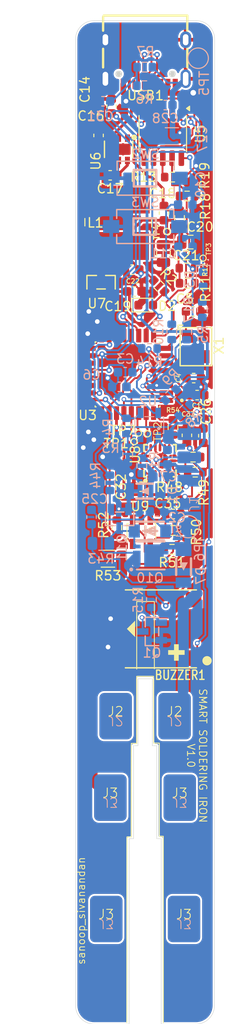
<source format=kicad_pcb>
(kicad_pcb (version 20241229) (generator "pcbnew") (generator_version "9.0")
  (layers (0 "F.Cu" signal) (2 "B.Cu" signal) (13 "F.Paste" user) (15 "B.Paste" user) (5 "F.SilkS" user "F.Silkscreen") (7 "B.SilkS" user "B.Silkscreen") (1 "F.Mask" user) (3 "B.Mask" user) (25 "Edge.Cuts" user))
  (net 0 "")
  (net 1 "GND")
  (net 2 "VCC_5V")
  (net 3 "TIP+")
  (net 4 "XAL1")
  (net 5 "XAL2")
  (net 6 "AREF")
  (net 7 "Net-(D1-A)")
  (net 9 "<_BUTTON")
  (net 10 ">_BUTTON")
  (net 11 "VCC_3V3")
  (net 12 "Vin")
  (net 13 "Net-(U6-BST)")
  (net 14 "Net-(U6-SW)")
  (net 15 "Net-(U6-FB)")
  (net 16 "Net-(D7-K)")
  (net 17 "V_SENSE")
  (net 18 "Net-(U9-IN+)")
  (net 19 "Net-(D2-A)")
  (net 20 "Net-(D3-A)")
  (net 21 "PG")
  (net 22 "Net-(D11-K)")
  (net 23 "SCL")
  (net 24 "SDA")
  (net 25 "Net-(Q11-B)")
  (net 26 "Net-(U2-IN-)")
  (net 27 "TEMP_SENSE")
  (net 28 "Net-(U5-VBUS)")
  (net 29 "TIP_MOS")
  (net 30 "Net-(U8-SDO{slash}SA0)")
  (net 31 "TIP-")
  (net 32 "Net-(U9-IN-)")
  (net 33 "TIP_AMP_SENSE")
  (net 34 "Net-(U8-INT1)")
  (net 35 "LIS3DHTR_INT")
  (net 36 "CFG2")
  (net 37 "CFG1")
  (net 38 "D1_TXD")
  (net 41 "CFG3")
  (net 44 "D0_RXD")
  (net 48 "Net-(U5-DP)")
  (net 49 "Net-(U5-DM)")
  (net 50 "Net-(U5-CC1)")
  (net 51 "Net-(U5-CC2)")
  (net 60 "Net-(C10-Pad2)")
  (net 61 "Net-(C11-Pad2)")
  (net 62 "Net-(U3-PC6{slash}~{RESET})")
  (net 63 "Net-(D7-A)")
  (net 64 "Net-(BUZZER1--)")
  (net 66 "BUZZER")
  (net 67 "Net-(Q1-B)")
  (footprint "Inductor_SMD:L_Wuerth_WE-PD2-Typ-L" (layer "F.Cu") (at 225.925 74.5525 -90)
    (property "Reference" "L1")
    (property "Value" "4.7u")
  )
  (footprint "smart_soldering_iron:XC6206P332MR_SOT-23-3_L2.9-W1.3-P1.90-LS2.4-BR" (layer "F.Cu") (at 224.27 80.95 -90)
    (property "Reference" "U7")
    (property "Value" "~")
  )
  (footprint "smart_soldering_iron:TIP_PADS" (layer "F.Cu") (at 224.83 149.448)
    (property "Reference" "J3")
    (property "Value" "TIP_MID")
  )
  (footprint "Capacitor_SMD:C_0603_1608Metric" (layer "F.Cu") (at 234.62 93.09)
    (property "Reference" "C1")
    (property "Value" "100n")
  )
  (footprint "smart_soldering_iron:BUZZER_7525A_BUZ-SMD_4P-L7.5-W7.5-P7.59-TL" (layer "F.Cu") (at 230.7336 118.2383 180)
    (property "Reference" "BUZZER1")
    (property "Value" "2.7kHz")
  )
  (footprint "Resistor_SMD:R_0603_1608Metric" (layer "F.Cu") (at 232.72 74.02 90)
    (property "Reference" "R18")
    (property "Value" "9K")
  )
  (footprint "Resistor_SMD:R_0603_1608Metric" (layer "F.Cu") (at 233.52 79.43 180)
    (property "Reference" "R12")
    (property "Value" "10K")
  )
  (footprint "smart_soldering_iron:TIP_PADS" (layer "F.Cu") (at 232.75 136.398)
    (property "Reference" "J3")
    (property "Value" "TIP_MID")
  )
  (footprint "smart_soldering_iron:ATMEGA328P-AU_QFP80P900X900X120-32N" (layer "F.Cu") (at 227.13 90.86 180)
    (property "Reference" "U3")
    (property "Value" "ATMEGA328P-AU")
  )
  (footprint "TestPoint:TestPoint_Pad_D1.5mm" (layer "F.Cu") (at 235.25 78.28)
    (property "Reference" "TP3")
    (property "Value" "TestPoint" (hide yes))
  )
  (footprint "smart_soldering_iron:TIP_PADS" (layer "F.Cu") (at 232.19 127.628)
    (property "Reference" "J2")
    (property "Value" "TIP_SMALL_END")
  )
  (footprint "LED_SMD:LED_0603_1608Metric" (layer "F.Cu") (at 229.08 83.41)
    (property "Reference" "D2")
    (property "Value" "LED")
  )
  (footprint "Package_SO:SSOP-10-1EP_3.9x4.9mm_P1mm_EP2.1x3.3mm" (layer "F.Cu") (at 230.92 64.9675 -90)
    (property "Reference" "U5")
    (property "Value" "CH224K")
  )
  (footprint "smart_soldering_iron:LM321_SOT-23-5_L3.0-W1.7-P0.95-LS2.8-BR" (layer "F.Cu") (at 228.62 107.8 90)
    (property "Reference" "U9")
    (property "Value" "~")
  )
  (footprint "Resistor_SMD:R_0603_1608Metric" (layer "F.Cu") (at 230.523363 81.363363 -45)
    (property "Reference" "R2")
    (property "Value" "1K")
  )
  (footprint "Capacitor_SMD:C_0603_1608Metric" (layer "F.Cu") (at 231.05 73.51 90)
    (property "Reference" "C18")
    (property "Value" "47p")
  )
  (footprint "Resistor_SMD:R_0603_1608Metric" (layer "F.Cu") (at 233.54 71.68)
    (property "Reference" "R19")
    (property "Value" "30K")
  )
  (footprint "Capacitor_SMD:C_0603_1608Metric" (layer "F.Cu") (at 227.85 81.95)
    (property "Reference" "C19")
    (property "Value" "1u")
  )
  (footprint "Capacitor_SMD:C_0603_1608Metric" (layer "F.Cu") (at 234.25 91.26)
    (property "Reference" "C4")
    (property "Value" "22P")
  )
  (footprint "Capacitor_SMD:C_0603_1608Metric" (layer "F.Cu") (at 227.62 79.6 180)
    (property "Reference" "C22")
    (property "Value" "1u")
  )
  (footprint "Capacitor_SMD:C_0603_1608Metric" (layer "F.Cu") (at 228.58 102.94)
    (property "Reference" "C32")
    (property "Value" "100n")
  )
  (footprint "Capacitor_SMD:C_0603_1608Metric" (layer "F.Cu") (at 234.19 84.09)
    (property "Reference" "C5")
    (property "Value" "22P")
  )
  (footprint "Resistor_SMD:R_0603_1608Metric" (layer "F.Cu") (at 234.18 99.76 180)
    (property "Reference" "R49")
    (property "Value" "10K")
  )
  (footprint "Capacitor_SMD:C_0805_2012Metric" (layer "F.Cu") (at 233.92 76.63)
    (property "Reference" "C20")
    (property "Value" "22u")
  )
  (footprint "Resistor_SMD:R_0603_1608Metric" (layer "F.Cu") (at 231.95 69.64 180)
    (property "Reference" "R13")
    (property "Value" "10K")
  )
  (footprint "Resistor_SMD:R_1206_3216Metric" (layer "F.Cu") (at 225.01 110.69 180)
    (property "Reference" "R53")
    (property "Value" "0.01")
  )
  (footprint "smart_soldering_iron:DIODES AP63300WU-7_buck_TSOT-23-6_L2.9-W1.6-P0.95-LS2.8-BR" (layer "F.Cu") (at 226.16 66.65 90)
    (property "Reference" "U6")
    (property "Value" "~")
  )
  (footprint "smart_soldering_iron:TIP_PADS" (layer "F.Cu") (at 225.27 136.398)
    (property "Reference" "J3")
    (property "Value" "TIP_MID")
  )
  (footprint "smart_soldering_iron:USB-C-SMD_TYPE-C-6PIN-2MD-073" (layer "F.Cu") (at 229.06 57.24 180)
    (property "Reference" "USB1")
    (property "Value" "~")
    (fp_poly (pts (xy 3.237006 -1.350684) (xy 3.213358 -1.438939) (xy 3.167674 -1.518067) (xy 3.103067 -1.582674) (xy 3.023939 -1.628358) (xy 2.935684 -1.652006) (xy 2.844316 -1.652006) (xy 2.756061 -1.628358) (xy 2.676933 -1.582674) (xy 2.612326 -1.518067) (xy 2.566642 -1.438939) (xy 2.542994 -1.350684) (xy 2.542994 -1.259316) (xy 2.566642 -1.171061) (xy 2.612326 -1.091933) (xy 2.676933 -1.027326) (xy 2.756061 -0.981642) (xy 2.844316 -0.957994) (xy 2.935684 -0.957994) (xy 3.023939 -0.981642) (xy 3.103067 -1.027326) (xy 3.167674 -1.091933) (xy 3.213358 -1.171061) (xy 3.237006 -1.259316)) (fill yes) (layer "Edge.Cuts"))
    (fp_poly (pts (xy -2.542994 -1.350684) (xy -2.566642 -1.438939) (xy -2.612326 -1.518067) (xy -2.676933 -1.582674) (xy -2.756061 -1.628358) (xy -2.844316 -1.652006) (xy -2.935684 -1.652006) (xy -3.023939 -1.628358) (xy -3.103067 -1.582674) (xy -3.167674 -1.518067) (xy -3.213358 -1.438939) (xy -3.237006 -1.350684) (xy -3.237006 -1.259316) (xy -3.213358 -1.171061) (xy -3.167674 -1.091933) (xy -3.103067 -1.027326) (xy -3.023939 -0.981642) (xy -2.935684 -0.957994) (xy -2.844316 -0.957994) (xy -2.756061 -0.981642) (xy -2.676933 -1.027326) (xy -2.612326 -1.091933) (xy -2.566642 -1.171061) (xy -2.542994 -1.259316)) (fill yes) (layer "Edge.Cuts"))
  )
  (footprint "Capacitor_SMD:C_0805_2012Metric" (layer "F.Cu") (at 230.99 77.86 -90)
    (property "Reference" "C21")
    (property "Value" "22u")
  )
  (footprint "Capacitor_SMD:C_0603_1608Metric" (layer "F.Cu") (at 235.29 97.46 -90)
    (property "Reference" "C26")
    (property "Value" "100n")
  )
  (footprint "Resistor_SMD:R_0603_1608Metric" (layer "F.Cu") (at 231.91 109.68 180)
    (property "Reference" "R51")
    (property "Value" "1K")
  )
  (footprint "smart_soldering_iron:TIP_PADS" (layer "F.Cu") (at 225.84 127.628)
    (property "Reference" "J2")
    (property "Value" "TIP_SMALL_END")
  )
  (footprint "Capacitor_SMD:C_0603_1608Metric" (layer "F.Cu") (at 225.25 69.45 180)
    (property "Reference" "C17")
    (property "Value" "100n")
  )
  (footprint "Resistor_SMD:R_0603_1608Metric" (layer "F.Cu") (at 232.02 96.565 -90)
    (property "Reference" "R54")
    (property "Value" "1K")
  )
  (footprint "TestPoint:TestPoint_Pad_D1.5mm" (layer "F.Cu") (at 229.26 97.17)
    (property "Reference" "TP2")
    (property "Value" "TestPoint" (hide yes))
  )
  (footprint "Capacitor_SMD:C_0603_1608Metric" (layer "F.Cu") (at 224 65.16 -90)
    (property "Reference" "C16")
    (property "Value" "10u")
  )
  (footprint "smart_soldering_iron:TIP_PADS" (layer "F.Cu") (at 233.21 149.448)
    (property "Reference" "J3")
    (property "Value" "TIP_MID")
  )
  (footprint "Resistor_SMD:R_0603_1608Metric" (layer "F.Cu") (at 225.97 107.35 -90)
    (property "Reference" "R52")
    (property "Value" "75K")
  )
  (footprint "Capacitor_SMD:C_0603_1608Metric" (layer "F.Cu") (at 233.52 97.42 -90)
    (property "Reference" "C33")
    (property "Value" "10u")
  )
  (footprint "TestPoint:TestPoint_Pad_D1.5mm" (layer "F.Cu") (at 227.82 98.02)
    (property "Reference" "TP7")
    (property "Value" "TestPoint" (hide yes))
  )
  (footprint "TestPoint:TestPoint_Pad_D1.5mm" (layer "F.Cu") (at 228.29 97.09)
    (property "Reference" "TP1")
    (property "Value" "TestPoint" (hide yes))
  )
  (footprint "Capacitor_SMD:C_0603_1608Metric" (layer "F.Cu") (at 232.05 105.88)
    (property "Reference" "C35")
    (property "Value" "100n")
  )
  (footprint "TestPoint:TestPoint_Pad_D1.5mm" (layer "F.Cu") (at 231.38 75.41)
    (property "Reference" "TP4")
    (property "Value" "TestPoint" (hide yes))
  )
  (footprint "smart_soldering_iron:16_mhz_OSC-SMD_4P-L3.2-W2.5-BL" (layer "F.Cu") (at 234.47 87.86 -90)
    (property "Reference" "X1")
    (property "Value" "16MHz")
  )
  (footprint "Resistor_SMD:R_0603_1608Metric" (layer "F.Cu") (at 234.42 101.38)
    (property "Reference" "R48")
    (property "Value" "10K")
  )
  (footprint "Resistor_SMD:R_0603_1608Metric" (layer "F.Cu") (at 233.55 81.06 180)
    (property "Reference" "R11")
    (property "Value" "10K")
  )
  (footprint "Capacitor_SMD:C_0603_1608Metric" (layer "F.Cu") (at 225.4 62.01 90)
    (property "Reference" "C14")
    (property "Value" "1u")
  )
  (footprint "Resistor_SMD:R_0603_1608Metric" (layer "F.Cu") (at 232.03 107.65 180)
    (property "Reference" "R50")
    (property "Value" "56K")
  )
  (footprint "smart_soldering_iron:ST LIS3DHTR_ACCELEROMETER_LGA-16_L3.0-W3.0-P0.50-TL" (layer "F.Cu") (at 230.62 100.15025 90)
    (property "Reference" "U8")
    (property "Value" "~")
  )
  (footprint "Resistor_SMD:R_0603_1608Metric" (layer "B.Cu") (at 231.89 86.29 -90)
    (property "Reference" "R10")
    (property "Value" "0")
  )
  (footprint "smart_soldering_iron:S8050_TRANSIS_25V_0.5A_npn_SOT-23-3_L2.9-W1.3-P1.90-LS2.4-BR" (layer "B.Cu") (at 226.27 106.4 90)
    (property "Reference" "Q11")
    (property "Value" "~")
  )
  (footprint "Resistor_SMD:R_0603_1608Metric" (layer "B.Cu") (at 228.97 57.81 180)
    (property "Reference" "R7")
    (property "Value" "10K")
  )
  (footprint "Capacitor_SMD:C_0603_1608Metric" (layer "B.Cu") (at 223.24 106.21 -90)
    (property "Reference" "C25")
    (property "Value" "10u")
  )
  (footprint "Resistor_SMD:R_0805_2012Metric" (layer "B.Cu") (at 224.25 109.05)
    (property "Reference" "R43")
    (property "Value" "1K")
  )
  (footprint "Capacitor_SMD:C_1206_3216Metric" (layer "B.Cu") (at 231.9 65.24)
    (property "Reference" "C27")
    (property "Value" "100u 35V")
  )
  (footprint "smart_soldering_iron:push_button_3.5x6x2.5Hmm SMD Rectangle Tactile micro Switch button 50mA 12V TSB008A2530A" (layer "B.Cu") (at 229.07 69.76 180)
    (property "Reference" "SW2")
    (property "Value" "~")
  )
  (footprint "Capacitor_SMD:C_0603_1608Metric" (layer "B.Cu") (at 224.48 61.484 180)
    (property "Reference" "C31")
    (property "Value" "100n")
  )
  (footprint "Capacitor_SMD:C_0603_1608Metric" (layer "B.Cu") (at 231.42 99.77 -90)
    (property "Reference" "C7")
    (property "Value" "2n2")
  )
  (footprint "Resistor_SMD:R_0603_1608Metric" (layer "B.Cu") (at 233.27 94.69 45)
    (property "Reference" "R8")
    (property "Value" "10K")
  )
  (footprint "Resistor_SMD:R_0603_1608Metric" (layer "B.Cu") (at 228.66 100.7 90)
    (property "Reference" "R1")
    (property "Value" "10K")
  )
  (footprint "Resistor_SMD:R_0603_1608Metric" (layer "B.Cu") (at 229.6922 115.1128 -90)
    (property "Reference" "R15")
    (property "Value" "10K")
  )
  (footprint "TestPoint:TestPoint_Pad_D2.0mm" (layer "B.Cu") (at 234.73 56.85)
    (property "Reference" "TP5")
    (property "Value" "TestPoint")
  )
  (footprint "Capacitor_SMD:C_0603_1608Metric" (layer "B.Cu") (at 226.2378 92.202 180)
    (property "Reference" "C6")
    (property "Value" "100n")
  )
  (footprint "smart_soldering_iron:TIP_PADS" (layer "B.Cu") (at 225.27 136.398)
    (property "Reference" "J3")
    (property "Value" "TIP_MID")
  )
  (footprint "Resistor_SMD:R_0603_1608Metric" (layer "B.Cu") (at 225.22 102.53 -90)
    (property "Reference" "R44")
    (property "Value" "10K")
  )
  (footprint "Resistor_SMD:R_0603_1608Metric" (layer "B.Cu") (at 227.14 99.52 90)
    (property "Reference" "R3")
    (property "Value" "1K")
  )
  (footprint "smart_soldering_iron:S8050_TRANSIS_25V_0.5A_npn_SOT-23-3_L2.9-W1.3-P1.90-LS2.4-BR" (layer "B.Cu") (at 229.7524 118.5164)
    (property "Reference" "Q1")
    (property "Value" "~")
  )
  (footprint "smart_soldering_iron:TIP_PADS" (layer "B.Cu") (at 232.19 127.628)
    (property "Reference" "J2")
    (property "Value" "TIP_SMALL_END")
  )
  (footprint "LED_SMD:LED_0603_1608Metric" (layer "B.Cu") (at 235.27 80.62 -90)
    (property "Reference" "D3")
    (property "Value" "LED")
  )
  (footprint "smart_soldering_iron:push_button_3.5x6x2.5Hmm SMD Rectangle Tactile micro Switch button 50mA 12V TSB008A2530A" (layer "B.Cu") (at 229.03 74.96 180)
    (property "Reference" "SW3")
    (property "Value" "~")
  )
  (footprint "Resistor_SMD:R_0603_1608Metric" (layer "B.Cu") (at 233.5 86.31 -90)
    (property "Reference" "R5")
    (property "Value" "0")
  )
  (footprint "Resistor_SMD:R_0603_1608Metric" (layer "B.Cu") (at 229.485 88.08)
    (property "Reference" "R14")
    (property "Value" "10K")
  )
  (footprint "smart_soldering_iron:LL4148 LL34  SOD80 1N4148 Hottech SMD diode" (layer "B.Cu") (at 228.96 103.42)
    (property "Reference" "D1")
    (property "Value" "D")
  )
  (footprint "Resistor_SMD:R_0603_1608Metric" (layer "B.Cu") (at 231.78 93.07 45)
    (property "Reference" "R9")
    (property "Value" "10K")
  )
  (footprint "smart_soldering_iron:LM321_SOT-23-5_L3.0-W1.7-P0.95-LS2.8-BR" (layer "B.Cu") (at 229.47 96.31 -90)
    (property "Reference" "U2")
    (property "Value" "~")
  )
  (footprint "Resistor_SMD:R_0603_1608Metric" (layer "B.Cu") (at 227.01 96.41 90)
    (property "Reference" "R4")
    (property "Value" "200K")
  )
  (footprint "Resistor_SMD:R_0603_1608Metric" (layer "B.Cu") (at 235.18 83.9 -90)
    (property "Reference" "R17")
    (property "Value" "470")
  )
  (footprint "Resistor_SMD:R_0603_1608Metric" (layer "B.Cu") (at 228.95 59.81)
    (property "Reference" "R6")
    (property "Value" "33K")
  )
  (footprint "TestPoint:TestPoint_Pad_D2.0mm" (layer "B.Cu") (at 233.6546 107.2388)
    (property "Reference" "TP6")
    (property "Value" "TestPoint")
  )
  (footprint "smart_soldering_iron:TIP_PADS" (layer "B.Cu") (at 233.21 149.448)
    (property "Reference" "J3")
    (property "Value" "TIP_MID")
  )
  (footprint "smart_soldering_iron:TIP_PADS" (layer "B.Cu") (at 225.84 127.628)
    (property "Reference" "J2")
    (property "Value" "TIP_SMALL_END")
  )
  (footprint "smart_soldering_iron:TIP_PADS" (layer "B.Cu") (at 232.75 136.398)
    (property "Reference" "J3")
    (property "Value" "TIP_MID")
  )
  (footprint "smart_soldering_iron:oled_display" (layer "B.Cu") (at 233.77 104.79 90)
    (property "Reference" "J1")
    (property "Value" "Conn_01x04_Pin")
  )
  (footprint "smart_soldering_iron:BZT52C5V1 W8_ZENER DIODE" (layer "B.Cu") (at 229.55 107.71)
    (property "Reference" "D11")
    (property "Value" "D_Zener")
  )
  (footprint "Capacitor_SMD:C_0603_1608Metric" (layer "B.Cu") (at 233.37 77.14 180)
    (property "Reference" "C11")
    (property "Value" "100n")
  )
  (footprint "Capacitor_SMD:C_0603_1608Metric" (layer "B.Cu") (at 231.19 61.89)
    (property "Reference" "C28")
    (property "Value" "10u 35V")
  )
  (footprint "smart_soldering_iron:LL4148 LL34  SOD80 1N4148 Hottech SMD diode" (layer "B.Cu") (at 233.16 111.56 90)
    (property "Reference" "D7")
    (property "Value" "D")
  )
  (footprint "Capacitor_SMD:C_0603_1608Metric" (layer "B.Cu") (at 230.3 105.61)
    (property "Reference" "C2")
    (property "Value" "1u 35V")
  )
  (footprint "Capacitor_SMD:C_0603_1608Metric" (layer "B.Cu") (at 226.87 90.63 180)
    (property "Reference" "C3")
    (property "Value" "100n")
  )
  (footprint "smart_soldering_iron:TIP_PADS" (layer "B.Cu") (at 224.83 149.448)
    (property "Reference" "J3")
    (property "Value" "TIP_MID")
  )
  (footprint "Capacitor_SMD:C_0603_1608Metric" (layer "B.Cu") (at 233.34 72.61 180)
    (property "Reference" "C10")
    (property "Value" "100n")
  )
  (footprint "smart_soldering_iron:AON7410_POWER_N_MOS_DFN-8_L3.0-W3.0-P0.65-BL" (layer "B.Cu") (at 229.62 110.355 90)
    (property "Reference" "Q10")
    (property "Value" "~")
  )
  (gr_line (start 230.97 140.548) (end 230.98 160.598) (stroke (width 0.1)) (layer "F.SilkS"))
  (gr_line (start 227.06 140.618) (end 227.52 140.618) (stroke (width 0.1)) (layer "F.SilkS"))
  (gr_line (start 228.11 130.558) (end 228.11 123.34227) (stroke (width 0.1)) (layer "F.SilkS"))
  (gr_line (start 229.9208 123.34227) (end 229.9462 130.4798) (stroke (width 0.1)) (layer "F.SilkS"))
  (gr_line (start 230.55 130.528) (end 230.55 140.548) (stroke (width 0.1)) (layer "F.SilkS"))
  (gr_line (start 228.1174 123.3424) (end 229.9282 123.3424) (stroke (width 0.1)) (layer "F.SilkS"))
  (gr_line (start 230.01 115.3) (end 230.01 122.53) (stroke (width 0.1)) (layer "F.SilkS"))
  (gr_line (start 227.05 160.588) (end 227.06 140.618) (stroke (width 0.1)) (layer "F.SilkS"))
  (gr_line (start 228.11 122.56) (end 228.11 115.3) (stroke (width 0.1)) (layer "F.SilkS"))
  (gr_line (start 227.53 130.558) (end 228.11 130.558) (stroke (width 0.1)) (layer "F.SilkS"))
  (gr_line (start 229.9462 130.4798) (end 229.9462 130.5306) (stroke (width 0.1)) (layer "F.SilkS"))
  (gr_line (start 229.9462 130.5306) (end 230.01 130.528) (stroke (width 0.1)) (layer "F.SilkS"))
  (gr_line (start 230.55 140.548) (end 230.97 140.548) (stroke (width 0.1)) (layer "F.SilkS"))
  (gr_line (start 227.52 140.618) (end 227.53 130.558) (stroke (width 0.1)) (layer "F.SilkS"))
  (gr_line (start 228.11 115.3) (end 230.01 115.3) (stroke (width 0.1)) (layer "F.SilkS"))
  (gr_line (start 230.55 130.528) (end 230.01 130.528) (stroke (width 0.1)) (layer "F.SilkS"))
  (gr_line (start 236.51 54.81) (end 236.49 150.75) (stroke (width 0.05)) (layer "Edge.Cuts"))
  (gr_line (start 229.795 130.808) (end 230.27 130.808) (stroke (width 0.05)) (layer "Edge.Cuts"))
  (gr_line (start 227.29 160.748) (end 227.3 140.808) (stroke (width 0.05)) (layer "Edge.Cuts"))
  (gr_arc (start 221.52 54.81) (mid 222.105786 53.395786) (end 223.52 52.81) (stroke (width 0.05)) (layer "Edge.Cuts"))
  (gr_arc (start 223.52 160.748) (mid 222.105786 160.162214) (end 221.52 158.748) (stroke (width 0.05)) (layer "Edge.Cuts"))
  (gr_line (start 236.49 158.748) (end 236.49 150.75) (stroke (width 0.05)) (layer "Edge.Cuts"))
  (gr_line (start 221.52 150.75) (end 221.52 54.81) (stroke (width 0.05)) (layer "Edge.Cuts"))
  (gr_line (start 228.245 130.808) (end 228.245 123.608) (stroke (width 0.05)) (layer "Edge.Cuts"))
  (gr_line (start 223.52 160.748) (end 227.29 160.748) (stroke (width 0.05)) (layer "Edge.Cuts"))
  (gr_line (start 221.52 158.748) (end 221.52 150.75) (stroke (width 0.05)) (layer "Edge.Cuts"))
  (gr_line (start 228.245 123.608) (end 229.795 123.608) (stroke (width 0.05)) (layer "Edge.Cuts"))
  (gr_line (start 234.49 160.748) (end 230.75 160.748) (stroke (width 0.05)) (layer "Edge.Cuts"))
  (gr_line (start 229.795 123.608) (end 229.795 130.808) (stroke (width 0.05)) (layer "Edge.Cuts"))
  (gr_line (start 230.75 140.808) (end 230.75 160.748) (stroke (width 0.05)) (layer "Edge.Cuts"))
  (gr_line (start 223.52 52.81) (end 234.51 52.81) (stroke (width 0.05)) (layer "Edge.Cuts"))
  (gr_line (start 230.27 140.808) (end 230.75 140.808) (stroke (width 0.05)) (layer "Edge.Cuts"))
  (gr_line (start 227.3 140.808) (end 227.77 140.808) (stroke (width 0.05)) (layer "Edge.Cuts"))
  (gr_arc (start 236.49 158.748) (mid 235.904214 160.162214) (end 234.49 160.748) (stroke (width 0.05)) (layer "Edge.Cuts"))
  (gr_arc (start 234.51 52.81) (mid 235.924214 53.395786) (end 236.51 54.81) (stroke (width 0.05)) (layer "Edge.Cuts"))
  (gr_line (start 228.245 130.808) (end 227.77 130.808) (stroke (width 0.05)) (layer "Edge.Cuts"))
  (gr_line (start 230.27 130.808) (end 230.27 140.808) (stroke (width 0.05)) (layer "Edge.Cuts"))
  (gr_line (start 227.77 140.808) (end 227.77 130.808) (stroke (width 0.05)) (layer "Edge.Cuts"))
  (gr_text "sanoop_sivanandan" (at 222.6 154.418 90) (layer "F.SilkS") (effects (font (size 0.8 0.8) (thickness 0.1)) (justify left bottom)))
  (gr_text "SMART SOLDERING IRON\nV1.0" (at 234.593338 131.88101 270) (layer "F.SilkS") (effects (font (size 0.8 0.8))))
  (segment (start 224 65.935) (end 224 66.64) (width 0.3) (layer "F.Cu") (net 1))
  (segment (start 230.12 98.75025) (end 230.12 99.133918) (width 0.2) (layer "F.Cu") (net 1))
  (segment (start 229.927344 91.942656) (end 230.044688 92.06) (width 0.2) (layer "F.Cu") (net 1))
  (segment (start 233.475 88.886) (end 233.29675 88.70775) (width 0.2) (layer "F.Cu") (net 1))
  (segment (start 230.802668 100.34925) (end 231.62 101.166582) (width 0.2) (layer "F.Cu") (net 1))
  (segment (start 225.86 60.36) (end 225.86 59.615) (width 0.2) (layer "F.Cu") (net 1))
  (segment (start 230.262578 92.047083) (end 230.262578 91.959243) (width 0.2) (layer "F.Cu") (net 1))
  (segment (start 234.6871 87.4179) (end 235.345 86.76) (width 0.2) (layer "F.Cu") (net 1))
  (segment (start 232.26 59.615) (end 232.835 59.615) (width 0.3) (layer "F.Cu") (net 1))
  (segment (start 228.875 81.92) (end 228.875 81.820626) (width 0.8) (layer "F.Cu") (net 1))
  (segment (start 224 66.64) (end 225.21 67.85) (width 0.3) (layer "F.Cu") (net 1))
  (segment (start 233.52 96.35) (end 234.21 95.66) (width 0.2) (layer "F.Cu") (net 1))
  (segment (start 230.437332 99.45125) (end 230.802668 99.45125) (width 0.2) (layer "F.Cu") (net 1))
  (segment (start 230.033858 91.836142) (end 229.927344 91.942656) (width 0.2) (layer "F.Cu") (net 1))
  (segment (start 227.225 79.9) (end 227.225 80.27) (width 0.3) (layer "F.Cu") (net 1))
  (segment (start 231.62 101.166582) (end 231.62 101.55025) (width 0.2) (layer "F.Cu") (net 1))
  (segment (start 230.802668 99.45125) (end 230.802668 100.34925) (width 0.2) (layer "F.Cu") (net 1))
  (segment (start 231.12 99.133918) (end 231.12 98.75025) (width 0.2) (layer "F.Cu") (net 1))
  (segment (start 227.225 80.27) (end 227.225 80.55) (width 0.2) (layer "F.Cu") (net 1))
  (segment (start 235.005 99.76) (end 235.005 99.935) (width 0.2) (layer "F.Cu") (net 1))
  (segment (start 235.025 91.26) (end 235.025 92.72) (width 0.8) (layer "F.Cu") (net 1))
  (segment (start 230.139477 91.836142) (end 230.033858 91.836142) (width 0.2) (layer "F.Cu") (net 1))
  (segment (start 225.4 60.82) (end 225.86 60.36) (width 0.2) (layer "F.Cu") (net 1))
  (segment (start 231.3 90.46) (end 230.565 90.46) (width 0.2) (layer "F.Cu") (net 1))
  (segment (start 228.875 81.92) (end 230.06 81.92) (width 0.3) (layer "F.Cu") (net 1))
  (segment (start 228.875 82.8275) (end 228.875 81.92) (width 0.8) (layer "F.Cu") (net 1))
  (segment (start 225.4 61.235) (end 225.4 60.82) (width 0.2) (layer "F.Cu") (net 1))
  (segment (start 234.47464 97.59964) (end 234.47464 99.22964) (width 0.2) (layer "F.Cu") (net 1))
  (segment (start 233.52 96.645) (end 234.47464 97.59964) (width 0.2) (layer "F.Cu") (net 1))
  (segment (start 227.225 80.55) (end 228.625 81.95) (width 0.2) (layer "F.Cu") (net 1))
  (segment (start 230.06 81.92) (end 230.99 80.99) (width 0.3) (layer "F.Cu") (net 1))
  (segment (start 233.52 96.645) (end 233.52 96.35) (width 0.2) (layer "F.Cu") (net 1))
  (segment (start 235.025 92.72) (end 235.395 93.09) (width 0.8) (layer "F.Cu") (net 1))
  (segment (start 230.262578 91.959243) (end 230.139477 91.836142) (width 0.2) (layer "F.Cu") (net 1))
  (segment (start 224.98 91.25) (end 222.97 91.25) (width 0.3) (layer "F.Cu") (net 1))
  (segment (start 230.99 80.99) (end 230.99 78.81) (width 0.3) (layer "F.Cu") (net 1))
  (segment (start 228.2925 83.41) (end 228.875 82.8275) (width 0.8) (layer "F.Cu") (net 1))
  (segment (start 232.835 59.615) (end 233.385 59.065) (width 0.3) (layer "F.Cu") (net 1))
  (segment (start 222.97 91.25) (end 222.96 91.26) (width 0.3) (layer "F.Cu") (net 1))
  (segment (start 230.802668 99.45125) (end 231.12 99.133918) (width 0.2) (layer "F.Cu") (net 1))
  (segment (start 233.595 88.96) (end 233.595 88.51) (width 0.2) (layer "F.Cu") (net 1))
  (segment (start 233.1445 88.86) (end 233.29675 88.70775) (width 0.2) (layer "F.Cu") (net 1))
  (segment (start 230.044688 92.06) (end 231.3 92.06) (width 0.2) (layer "F.Cu") (net 1))
  (segment (start 230.12 99.133918) (end 230.437332 99.45125) (width 0.2) (layer "F.Cu") (net 1))
  (segment (start 233.595 88.51) (end 234.6871 87.4179) (width 0.2) (layer "F.Cu") (net 1))
  (segment (start 234.47464 99.22964) (end 235.005 99.76) (width 0.2) (layer "F.Cu") (net 1))
  (via (at 222.9 97.05) (size 0.9) (drill 0.5) (layers "F.Cu" "B.Cu") (net 1))
  (via (at 223.86 85.18) (size 0.9) (drill 0.5) (layers "F.Cu" "B.Cu") (net 1))
  (via (at 222.35 98.74) (size 0.9) (drill 0.5) (layers "F.Cu" "B.Cu") (net 1))
  (via (at 230.262578 92.047083) (size 0.5) (drill 0.3) (layers "F.Cu" "B.Cu") (net 1))
  (via (at 224.444 99.73) (size 0.9) (drill 0.5) (layers "F.Cu" "B.Cu") (net 1))
  (via (at 227.53 101.64) (size 0.9) (drill 0.5) (layers "F.Cu" "B.Cu") (net 1))
  (via (at 234.21 95.66) (size 0.6) (drill 0.3) (layers "F.Cu" "B.Cu") (net 1))
  (via (at 225.0186 120.1928) (size 0.9) (drill 0.5) (layers "F.Cu" "B.Cu") (net 1))
  (via (at 224.98 91.25) (size 0.6) (drill 0.4) (layers "F.Cu" "B.Cu") (net 1))
  (via (at 222.949 84.09) (size 0.9) (drill 0.5) (layers "F.Cu" "B.Cu") (net 1))
  (via (at 222.83 86.48) (size 0.9) (drill 0.5) (layers "F.Cu" "B.Cu") (net 1))
  (via (at 234.6871 87.4179) (size 0.5) (drill 0.3) (layers "F.Cu" "B.Cu") (net 1))
  (via (at 234.67 74.94) (size 0.6) (drill 0.3) (layers "F.Cu" "B.Cu") (net 1))
  (via (at 235.025 92.22) (size 0.5) (drill 0.3) (layers "F.Cu" "B.Cu") (net 1))
  (via (at 232.76 64.87) (size 0.6) (drill 0.3) (layers "F.Cu" "B.Cu") (net 1))
  (via (at 226.19 105.33) (size 0.6) (drill 0.3) (layers "F.Cu" "B.Cu") (net 1))
  (via (at 225.298 117.1448) (size 0.9) (drill 0.5) (layers "F.Cu" "B.Cu") (net 1))
  (via (at 223.49 97.89) (size 0.9) (drill 0.5) (layers "F.Cu" "B.Cu") (net 1))
  (segment (start 227.53 101.425936) (end 228.355936 100.6) (width 0.2) (layer "B.Cu") (net 1))
  (segment (start 227.53 101.64) (end 227.53 101.425936) (width 0.2) (layer "B.Cu") (net 1))
  (segment (start 231.965 60.485) (end 233.385 59.065) (width 0.6) (layer "B.Cu") (net 1))
  (segment (start 231.965 61.89) (end 231.965 60.485) (width 0.6) (layer "B.Cu") (net 1))
  (segment (start 227.53 101.64) (end 227.514 101.624) (width 0.2) (layer "B.Cu") (net 1))
  (segment (start 228.924064 100.6) (end 229.436 101.111936) (width 0.2) (layer "B.Cu") (net 1))
  (segment (start 230.262578 92.047083) (end 229.957015 92.352646) (width 0.2) (layer "B.Cu") (net 1))
  (segment (start 225.64 92.15) (end 225.64 91.91) (width 0.3) (layer "B.Cu") (net 1))
  (segment (start 231.48 105.205) (end 231.74 105.205) (width 0.2) (layer "B.Cu") (net 1))
  (segment (start 232.1 65.32) (end 232.18 65.24) (width 0.6) (layer "B.Cu") (net 1))
  (segment (start 229.47 98.015) (end 228.511 98.974) (width 0.2) (layer "B.Cu") (net 1))
  (segment (start 227.14 99.945) (end 227.14 100.345) (width 0.2) (layer "B.Cu") (net 1))
  (segment (start 229.795 57.81) (end 231.478006 59.493006) (width 0.2) (layer "B.Cu") (net 1))
  (segment (start 227.584 101.594) (end 227.584 101.64) (width 0.8) (layer "B.Cu") (net 1))
  (segment (start 228.511 98.974) (end 228.111 98.974) (width 0.2) (layer "B.Cu") (net 1))
  (segment (start 232.956994 59.493006) (end 233.385 59.065) (width 0.2) (layer "B.Cu") (net 1))
  (segment (start 232.18 65.24) (end 233.375 65.24) (width 0.6) (layer "B.Cu") (net 1))
  (segment (start 231.478006 59.493006) (end 232.956994 59.493006) (width 0.2) (layer "B.Cu") (net 1))
  (segment (start 225.62 99.73) (end 227.53 101.64) (width 0.8) (layer "B.Cu") (net 1))
  (segment (start 225.4628 92.202) (end 225.4628 92.57) (width 0.2) (layer "B.Cu") (net 1))
  (segment (start 229.436 104.198) (end 230.848 105.61) (width 0.2) (layer "B.Cu") (net 1))
  (segment (start 227.14 101.2) (end 227.14 100.345) (width 0.2) (layer "B.Cu") (net 1))
  (segment (start 234.72 74.94) (end 234.67 74.94) (width 0.2) (layer "B.Cu") (net 1))
  (segment (start 231.965 65.185) (end 232.1 65.32) (width 0.6) (layer "B.Cu") (net 1))
  (segment (start 234.115 74.71) (end 234.115 77.11) (width 0.2) (layer "B.Cu") (net 1))
  (segment (start 231.74 100.865) (end 231.74 105.205) (width 0.2) (layer "B.Cu") (net 1))
  (segment (start 226.095 91.695) (end 225.64 92.15) (width 0.2) (layer "B.Cu") (net 1))
  (segment (start 234.49 74.71) (end 234.72 74.94) (width 0.2) (layer "B.Cu") (net 1))
  (segment (start 225.64 91.91) (end 224.98 91.25) (width 0.3) (layer "B.Cu") (net 1))
  (segment (start 234.21 96.85) (end 233.77 97.29) (width 0.2) (layer "B.Cu") (net 1))
  (segment (start 226.095 90.63) (end 226.095 91.695) (width 0.2) (layer "B.Cu") (net 1))
  (segment (start 234.115 72.61) (end 234.115 74.71) (width 0.2) (layer "B.Cu") (net 1))
  (segment (start 228.111 98.974) (end 227.14 99.945) (width 0.2) (layer "B.Cu") (net 1))
  (segment (start 231.965 61.89) (end 231.965 65.185) (width 0.6) (layer "B.Cu") (net 1))
  (segment (start 229.47 97.61) (end 229.47 98.015) (width 0.2) (layer "B.Cu") (net 1))
  (segment (start 230.848 105.61) (end 231.075 105.61) (width 0.2) (layer "B.Cu") (net 1))
  (segment (start 227.514 101.624) (end 227.514 101.574) (width 0.2) (layer "B.Cu") (net 1))
  (segment (start 228.355936 100.6) (end 228.924064 100.6) (width 0.2) (layer "B.Cu") (net 1))
  (segment (start 225.4628 92.57) (end 226.1108 93.218) (width 0.2) (layer "B.Cu") (net 1))
  (segment (start 231.42 100.545) (end 231.74 100.865) (width 0.2) (layer "B.Cu") (net 1))
  (segment (start 234.21 95.66) (end 234.21 96.85) (width 0.2) (layer "B.Cu") (net 1))
  (segment (start 227.584 101.64) (end 227.53 101.64) (width 0.8) (layer "B.Cu") (net 1))
  (segment (start 231.075 105.61) (end 231.48 105.205) (width 0.2) (layer "B.Cu") (net 1))
  (segment (start 224.444 99.73) (end 225.62 99.73) (width 0.8) (layer "B.Cu") (net 1))
  (segment (start 234.115 74.71) (end 234.49 74.71) (width 0.2) (layer "B.Cu") (net 1))
  (segment (start 227.514 101.574) (end 227.14 101.2) (width 0.2) (layer "B.Cu") (net 1))
  (segment (start 229.436 101.111936) (end 229.436 104.198) (width 0.2) (layer "B.Cu") (net 1))
  (segment (start 234.115 77.11) (end 234.145 77.14) (width 0.2) (layer "B.Cu") (net 1))
  (segment (start 230.6574 89.614712) (end 230.702688 89.66) (width 0.2) (layer "F.Cu") (net 2))
  (segment (start 231.39 75.49) (end 231.39 74.625) (width 0.2) (layer "F.Cu") (net 2))
  (segment (start 228.7725 79.9) (end 225.925 77.0525) (width 0.3) (layer "F.Cu") (net 2))
  (segment (start 228.6925 74.285) (end 225.925 77.0525) (width 0.3) (layer "F.Cu") (net 2))
  (segment (start 228.775 79.9) (end 228.7725 79.9) (width 0.3) (layer "F.Cu") (net 2))
  (segment (start 232.97 75.095) (end 232.72 74.845) (width 0.3) (layer "F.Cu") (net 2))
  (segment (start 224.18 88.68) (end 224.38 88.68) (width 0.2) (layer "F.Cu") (net 2))
  (segment (start 230.264 89.221312) (end 230.478688 89.436) (width 0.2) (layer "F.Cu") (net 2))
  (segment (start 224.27 79.95) (end 224.27 78.7075) (width 0.3) (layer "F.Cu") (net 2))
  (segment (start 231.05 74.285) (end 228.6925 74.285) (width 0.3) (layer "F.Cu") (net 2))
  (segment (start 232.336 90.098688) (end 232.336 90.959) (width 0.2) (layer "F.Cu") (net 2))
  (segment (start 232.97 76.63) (end 231.27 76.63) (width 0.3) (layer "F.Cu") (net 2))
  (segment (start 232.615 79.41) (end 232.615 76.985) (width 0.2) (layer "F.Cu") (net 2))
  (segment (start 233.455 92.68) (end 233.455 92.7) (width 0.2) (layer "F.Cu") (net 2))
  (segment (start 231.05 74.285) (end 232.16 74.285) (width 0.3) (layer "F.Cu") (net 2))
  (segment (start 229.41 88.130535) (end 230.264 88.984536) (width 0.2) (layer "F.Cu") (net 2))
  (segment (start 231.3 89.66) (end 231.897312 89.66) (width 0.2) (layer "F.Cu") (net 2))
  (segment (start 232.97 76.63) (end 232.97 75.095) (width 0.3) (layer "F.Cu") (net 2))
  (segment (start 230.478688 89.436) (end 230.6574 89.436) (width 0.2) (layer "F.Cu") (net 2))
  (segment (start 231.39 74.625) (end 231.05 74.285) (width 0.2) (layer "F.Cu") (net 2))
  (segment (start 233.455 92.7) (end 233.845 93.09) (width 0.2) (layer "F.Cu") (net 2))
  (segment (start 231.897312 89.66) (end 232.336 90.098688) (width 0.2) (layer "F.Cu") (net 2))
  (segment (start 229.12 79.9) (end 230.026637 80.806637) (width 0.2) (layer "F.Cu") (net 2))
  (segment (start 228.775 79.9) (end 229.12 79.9) (width 0.2) (layer "F.Cu") (net 2))
  (segment (start 224 88.86) (end 224.18 88.68) (width 0.2) (layer "F.Cu") (net 2))
  (segment (start 232.615 76.985) (end 232.97 76.63) (width 0.2) (layer "F.Cu") (net 2))
  (segment (start 232.725 81.06) (end 232.725 79.52) (width 0.2) (layer "F.Cu") (net 2))
  (segment (start 232.725 79.52) (end 232.615 79.41) (width 0.2) (layer "F.Cu") (net 2))
  (segment (start 230.264 88.984536) (end 230.264 89.221312) (width 0.2) (layer "F.Cu") (net 2))
  (segment (start 232.336 90.959) (end 232.035 91.26) (width 0.2) (layer "F.Cu") (net 2))
  (segment (start 230.6574 89.436) (end 230.6574 89.614712) (width 0.2) (layer "F.Cu") (net 2))
  (segment (start 232.035 91.26) (end 231.3 91.26) (width 0.2) (layer "F.Cu") (net 2))
  (segment (start 222.96 88.86) (end 224 88.86) (width 0.2) (layer "F.Cu") (net 2))
  (segment (start 230.702688 89.66) (end 231.3 89.66) (width 0.2) (layer "F.Cu") (net 2))
  (segment (start 231.27 76.63) (end 230.99 76.91) (width 0.3) (layer "F.Cu") (net 2))
  (segment (start 232.035 91.26) (end 233.455 92.68) (width 0.2) (layer "F.Cu") (net 2))
  (segment (start 224.27 78.7075) (end 225.925 77.0525) (width 0.3) (layer "F.Cu") (net 2))
  (segment (start 232.16 74.285) (end 232.72 74.845) (width 0.3) (layer "F.Cu") (net 2))
  (via (at 224.38 88.68) (size 0.6) (drill 0.3) (layers "F.Cu" "B.Cu") (net 2))
  (via (at 229.41 88.130535) (size 0.6) (drill 0.3) (layers "F.Cu" "B.Cu") (net 2))
  (via (at 228.571 80.014628) (size 0.6) (drill 0.3) (layers "F.Cu" "B.Cu") (net 2))
  (segment (start 228.48358 80.43358) (end 228.47642 80.43358) (width 0.2) (layer "B.Cu") (net 2))
  (segment (start 224.38 92.21) (end 224.69245 92.52245) (width 0.2) (layer "B.Cu") (net 2))
  (segment (start 227.645 89.655) (end 227.73 89.57) (width 0.2) (layer "B.Cu") (net 2))
  (segment (start 228.47642 80.43358) (end 227.65 81.26) (width 0.2) (layer "B.Cu") (net 2))
  (segment (start 228.571 80.014628) (end 228.571 80.34616) (width 0.2) (layer "B.Cu") (net 2))
  (segment (start 229.92 95.01) (end 230.42 95.01) (width 0.2) (layer "B.Cu") (net 2))
  (segment (start 224.69245 92.73945) (end 224.912 92.959) (width 0.2) (layer "B.Cu") (net 2))
  (segment (start 226.29 88.68) (end 227.65 87.32) (width 0.2) (layer "B.Cu") (net 2))
  (segment (start 225.341 93.311057) (end 225.341 93.388) (width 0.2) (layer "B.Cu") (net 2))
  (segment (start 228.571 80.34616) (end 228.48358 80.43358) (width 0.2) (layer "B.Cu") (net 2))
  (segment (start 227.65 81.26) (end 227.65 87.27) (width 0.2) (layer "B.Cu") (net 2))
  (segment (start 224.38 88.68) (end 224.38 92.21) (width 0.2) (layer "B.Cu") (net 2))
  (segment (start 229.41 88.77558) (end 228.61558 89.57) (width 0.2) (layer "B.Cu") (net 2))
  (segment (start 227.800943 94.159) (end 229.121 94.159) (width 0.2) (layer "B.Cu") (net 2))
  (segment (start 227.73 89.25) (end 224.95 89.25) (width 0.2) (layer "B.Cu") (net 2))
  (segment (start 224.988943 92.959) (end 225.341 93.311057) (width 0.2) (layer "B.Cu") (net 2))
  (segment (start 229.41 88.130535) (end 229.41 88.77558) (width 0.2) (layer "B.Cu") (net 2))
  (segment (start 228.46 88.08) (end 227.65 87.27) (width 0.2) (layer "B.Cu") (net 2))
  (segment (start 227.645 90.63) (end 227.645 89.655) (width 0.2) (layer "B.Cu") (net 2))
  (segment (start 228.61558 89.57) (end 227.73 89.57) (width 0.2) (layer "B.Cu") (net 2))
  (segment (start 229.121 94.159) (end 229.121 94.211) (width 0.2) (layer "B.Cu") (net 2))
  (segment (start 224.69245 92.52245) (end 224.69245 92.73945) (width 0.2) (layer "B.Cu") (net 2))
  (segment (start 228.66 88.08) (end 228.46 88.08) (width 0.2) (layer "B.Cu") (net 2))
  (segment (start 224.912 92.959) (end 224.988943 92.959) (width 0.2) (layer "B.Cu") (net 2))
  (segment (start 227.788943 94.171) (end 227.800943 94.159) (width 0.2) (layer "B.Cu") (net 2))
  (segment (start 226.124 94.171) (end 227.788943 94.171) (width 0.2) (layer "B.Cu") (net 2))
  (segment (start 229.121 94.211) (end 229.92 95.01) (width 0.2) (layer "B.Cu") (net 2))
  (segment (start 227.65 87.32) (end 227.65 87.27) (width 0.2) (layer "B.Cu") (net 2))
  (segment (start 227.73 89.57) (end 227.73 89.25) (width 0.2) (layer "B.Cu") (net 2))
  (segment (start 224.95 89.25) (end 224.38 88.68) (width 0.2) (layer "B.Cu") (net 2))
  (segment (start 225.341 93.388) (end 226.124 94.171) (width 0.2) (layer "B.Cu") (net 2))
  (segment (start 224.38 88.68) (end 226.29 88.68) (width 0.2) (layer "B.Cu") (net 2))
  (segment (start 231.662 112.156) (end 227.776 112.156) (width 0.8) (layer "B.Cu") (net 3))
  (segment (start 224.349 106.505) (end 224.38 106.474) (width 0.2) (layer "B.Cu") (net 3))
  (segment (start 234.611 114.411) (end 234.611 112.109) (width 0.8) (layer "B.Cu") (net 3))
  (segment (start 229.525 106.075) (end 231.74 108.29) (width 0.2) (layer "B.Cu") (net 3))
  (segment (start 228.12 110.03) (end 228.099 110.051) (width 0.2) (layer "B.Cu") (net 3))
  (segment (start 229.525 105.61) (end 229.525 106.075) (width 0.2) (layer "B.Cu") (net 3))
  (segment (start 233.5536 115.4684) (end 234.611 114.411) (width 1.2) (layer "B.Cu") (net 3))
  (segment (start 227.15 111.53) (end 227.15 111.31) (width 0.8) (layer "B.Cu") (net 3))
  (segment (start 228.661 106.474) (end 229.525 105.61) (width 0.2) (layer "B.Cu") (net 3))
  (segment (start 229.035 101.9) (end 229.035 105.12) (width 0.2) (layer "B.Cu") (net 3))
  (segment (start 233.1212 124.841) (end 233.1212 126.6968) (width 0.8) (layer "B.Cu") (net 3))
  (segment (start 224.279 106.474) (end 224.38 106.474) (width 0.2) (layer "B.Cu") (net 3))
  (segment (start 233.1212 126.6968) (end 232.19 127.628) (width 0.8) (layer "B.Cu") (net 3))
  (segment (start 228.12 110.34) (end 228.12 111.33) (width 0.8) (layer "B.Cu") (net 3))
  (segment (start 234.611 112.109) (end 231.709 112.109) (width 0.8) (layer "B.Cu") (net 3))
  (segment (start 233.1212 115.4684) (end 233.1212 124.841) (width 1.2) (layer "B.Cu") (net 3))
  (segment (start 228.66 101.525) (end 229.035 101.9) (width 0.2) (layer "B.Cu") (net 3))
  (segment (start 224.349 109.73516) (end 224.349 106.505) (width 0.2) (layer "B.Cu") (net 3))
  (segment (start 228.099 110.051) (end 224.66484 110.051) (width 0.2) (layer "B.Cu") (net 3))
  (segment (start 227.776 112.156) (end 227.15 111.53) (width 0.8) (layer "B.Cu") (net 3))
  (segment (start 224.38 106.474) (end 228.661 106.474) (width 0.2) (layer "B.Cu") (net 3))
  (segment (start 224.66484 110.051) (end 224.349 109.73516) (width 0.2) (layer "B.Cu") (net 3))
  (segment (start 231.709 112.109) (end 231.662 112.156) (width 0.8) (layer "B.Cu") (net 3))
  (segment (start 233.1212 115.4684) (end 233.5536 115.4684) (width 1.2) (layer "B.Cu") (net 3))
  (segment (start 229.035 105.12) (end 229.525 105.61) (width 0.2) (layer "B.Cu") (net 3))
  (segment (start 223.24 105.435) (end 224.279 106.474) (width 0.2) (layer "B.Cu") (net 3))
  (segment (start 227.15 111.31) (end 228.12 110.34) (width 0.8) (layer "B.Cu") (net 3))
  (segment (start 233.475 90.670588) (end 232.336 89.531588) (width 0.2) (layer "F.Cu") (net 4))
  (segment (start 233.475 90.83) (end 235.345 88.96) (width 0.2) (layer "F.Cu") (net 4))
  (segment (start 232.336 89.531588) (end 232.336 89.161) (width 0.2) (layer "F.Cu") (net 4))
  (segment (start 233.475 91.26) (end 233.475 90.83) (width 0.2) (layer "F.Cu") (net 4))
  (segment (start 232.336 89.161) (end 232.035 88.86) (width 0.2) (layer "F.Cu") (net 4))
  (segment (start 233.475 91.26) (end 233.475 90.670588) (width 0.2) (layer "F.Cu") (net 4))
  (segment (start 232.035 88.86) (end 231.3 88.86) (width 0.2) (layer "F.Cu") (net 4))
  (segment (start 233.415 84.09) (end 233.415 86.3895) (width 0.2) (layer "F.Cu") (net 5))
  (segment (start 233.415 86.3895) (end 233.29675 86.50775) (width 0.2) (layer "F.Cu") (net 5))
  (segment (start 231.3 88.06) (end 232.85225 86.50775) (width 0.2) (layer "F.Cu") (net 5))
  (segment (start 232.85225 86.50775) (end 233.29675 86.50775) (width 0.2) (layer "F.Cu") (net 5))
  (segment (start 223.04 90.38) (end 222.96 90.46) (width 0.2) (layer "F.Cu") (net 6))
  (segment (start 225.09 90.38) (end 223.04 90.38) (width 0.2) (layer "F.Cu") (net 6))
  (segment (start 225.13 90.42) (end 225.09 90.38) (width 0.2) (layer "F.Cu") (net 6))
  (via (at 225.13 90.42) (size 0.6) (drill 0.3) (layers "F.Cu" "B.Cu") (net 6))
  (segment (start 226.894 90.20389) (end 226.894 91.854) (width 0.2) (layer "B.Cu") (net 6))
  (segment (start 226.54411 89.854) (end 226.894 90.20389) (width 0.2) (layer "B.Cu") (net 6))
  (segment (start 225.13 89.86) (end 225.136 89.854) (width 0.2) (layer "B.Cu") (net 6))
  (segment (start 225.13 90.42) (end 225.13 89.86) (width 0.2) (layer "B.Cu") (net 6))
  (segment (start 225.136 89.854) (end 226.54411 89.854) (width 0.2) (layer "B.Cu") (net 6))
  (segment (start 226.894 91.854) (end 227.19 92.15) (width 0.2) (layer "B.Cu") (net 6))
  (segment (start 230.42 98.075) (end 228.66 99.835) (width 0.2) (layer "B.Cu") (net 7))
  (segment (start 228.66 99.835) (end 228.66 99.875) (width 0.2) (layer "B.Cu") (net 7))
  (segment (start 230.42 97.61) (end 230.42 97.995) (width 0.2) (layer "B.Cu") (net 7))
  (segment (start 229.135 99.875) (end 230.66 101.4) (width 0.2) (layer "B.Cu") (net 7))
  (segment (start 228.66 99.875) (end 229.135 99.875) (width 0.2) (layer "B.Cu") (net 7))
  (segment (start 230.42 97.995) (end 231.42 98.995) (width 0.2) (layer "B.Cu") (net 7))
  (segment (start 230.42 97.61) (end 230.42 98.075) (width 0.2) (layer "B.Cu") (net 7))
  (segment (start 230.66 101.4) (end 230.66 103.42) (width 0.2) (layer "B.Cu") (net 7))
  (segment (start 229.195 91.2629) (end 229.195 91.777412) (width 0.2) (layer "F.Cu") (net 9))
  (segment (start 229.195 91.777412) (end 229.878588 92.461) (width 0.2) (layer "F.Cu") (net 9))
  (segment (start 229.40585 91.05205) (end 229.195 91.2629) (width 0.2) (layer "F.Cu") (net 9))
  (segment (start 229.878588 92.461) (end 229.9004 92.461) (width 0.2) (layer "F.Cu") (net 9))
  (segment (start 230.18 92.79) (end 231.23 92.79) (width 0.2) (layer "F.Cu") (net 9))
  (segment (start 230.08711 92.69711) (end 230.18 92.79) (width 0.2) (layer "F.Cu") (net 9))
  (segment (start 229.9004 92.461) (end 230.08711 92.64771) (width 0.2) (layer "F.Cu") (net 9))
  (segment (start 230.08711 92.64771) (end 230.08711 92.69711) (width 0.2) (layer "F.Cu") (net 9))
  (segment (start 231.23 92.79) (end 231.3 92.86) (width 0.2) (layer "F.Cu") (net 9))
  (via (at 229.4128 91.059) (size 0.5) (drill 0.3) (layers "F.Cu" "B.Cu") (net 9))
  (segment (start 229.678043 91.059) (end 231.89 88.847043) (width 0.2) (layer "B.Cu") (net 9))
  (segment (start 229.4128 91.059) (end 229.678043 91.059) (width 0.2) (layer "B.Cu") (net 9))
  (segment (start 231.89 87.8586) (end 231.89 87.115) (width 0.2) (layer "B.Cu") (net 9))
  (segment (start 231.89 88.847043) (end 231.89 87.8586) (width 0.2) (layer "B.Cu") (net 9))
  (segment (start 230.478688 93.436) (end 230.264 93.221312) (width 0.2) (layer "F.Cu") (net 10))
  (segment (start 230.264 93.221312) (end 230.264 93.191) (width 0.2) (layer "F.Cu") (net 10))
  (segment (start 230.0139 93.191) (end 229.68611 92.86321) (width 0.2) (layer "F.Cu") (net 10))
  (segment (start 231.25 93.61) (end 231.25 93.436) (width 0.2) (layer "F.Cu") (net 10))
  (segment (start 229.68611 92.835622) (end 228.877044 92.026556) (width 0.2) (layer "F.Cu") (net 10))
  (segment (start 231.3 93.66) (end 231.25 93.61) (width 0.2) (layer "F.Cu") (net 10))
  (segment (start 231.25 93.436) (end 230.478688 93.436) (width 0.2) (layer "F.Cu") (net 10))
  (segment (start 230.264 93.191) (end 230.0139 93.191) (width 0.2) (layer "F.Cu") (net 10))
  (segment (start 228.786957 92.116643) (end 228.762076 92.116643) (width 0.2) (layer "F.Cu") (net 10))
  (segment (start 228.877044 92.026556) (end 228.786957 92.116643) (width 0.2) (layer "F.Cu") (net 10))
  (segment (start 229.68611 92.86321) (end 229.68611 92.835622) (width 0.2) (layer "F.Cu") (net 10))
  (via (at 228.762076 92.116643) (size 0.5) (drill 0.3) (layers "F.Cu" "B.Cu") (net 10))
  (segment (start 233.1844 87.135) (end 233.5 87.135) (width 0.2) (layer "B.Cu") (net 10))
  (segment (start 232.291 89.013143) (end 232.291 88.0284) (width 0.2) (layer "B.Cu") (net 10))
  (segment (start 229.641032 91.61) (end 229.709432 91.5416) (width 0.2) (layer "B.Cu") (net 10))
  (segment (start 229.709432 91.5416) (end 229.7684 91.5416) (width 0.2) (layer "B.Cu") (net 10))
  (segment (start 229.844143 91.46) (end 232.291 89.013143) (width 0.2) (layer "B.Cu") (net 10))
  (segment (start 229.268719 91.61) (end 229.641032 91.61) (width 0.2) (layer "B.Cu") (net 10))
  (segment (start 229.7684 91.5416) (end 229.844143 91.465857) (width 0.2) (layer "B.Cu") (net 10))
  (segment (start 232.291 88.0284) (end 233.1844 87.135) (width 0.2) (layer "B.Cu") (net 10))
  (segment (start 229.844143 91.465857) (end 229.844143 91.46) (width 0.2) (layer "B.Cu") (net 10))
  (segment (start 228.762076 92.116643) (end 229.268719 91.61) (width 0.2) (layer "B.Cu") (net 10))
  (segment (start 229.57 109.1) (end 230.244 108.426) (width 0.2) (layer "F.Cu") (net 11))
  (segment (start 234.056 100.191) (end 235.245 101.38) (width 0.2) (layer "F.Cu") (net 11))
  (segment (start 233.7771 104.85) (end 235.245 103.3821) (width 0.2) (layer "F.Cu") (net 11))
  (segment (start 233.87364 98.8583) (end 233.87364 98.61364) (width 0.2) (layer "F.Cu") (net 11))
  (segment (start 235.78 98.55) (end 235.78 100.92) (width 0.2) (layer "F.Cu") (net 11))
  (segment (start 228.839875 99.270125) (end 229.22 99.65025) (width 0.2) (layer "F.Cu") (net 11))
  (segment (start 233.93366 63.73) (end 233.935325 63.728335) (width 0.2) (layer "F.Cu") (net 11))
  (segment (start 235.705 100.92) (end 235.245 101.38) (width 0.2) (layer "F.Cu") (net 11))
  (segment (start 231.618064 108.426) (end 232.07 107.974064) (width 0.2) (layer "F.Cu") (net 11))
  (segment (start 232.2 99.47025) (end 232.02 99.65025) (width 0.2) (layer "F.Cu") (net 11))
  (segment (start 230.244 108.426) (end 231.618064 108.426) (width 0.2) (layer "F.Cu") (net 11))
  (segment (start 229.62 101.55025) (end 229.236332 101.55025) (width 0.2) (layer "F.Cu") (net 11))
  (segment (start 233.225 98.205) (end 232.59 98.84) (width 0.2) (layer "F.Cu") (net 11))
  (segment (start 229.355 102.94) (end 229.355 101.81525) (width 0.2) (layer "F.Cu") (net 11))
  (segment (start 228.277004 84.73) (end 228.39 84.73) (width 0.3) (layer "F.Cu") (net 11))
  (segment (start 233.69 98.205) (end 233.225 98.205) (width 0.2) (layer "F.Cu") (net 11))
  (segment (start 233.92 63.33) (end 233.92 63.73) (width 0.2) (layer "F.Cu") (net 11))
  (segment (start 235.29 98.235) (end 235.465 98.235) (width 0.2) (layer "F.Cu") (net 11))
  (segment (start 230.088143 100.675903) (end 230.078015 100.675903) (width 0.2) (layer "F.Cu") (net 11))
  (segment (start 225.565 62.785) (end 225.91 63.13) (width 0.2) (layer "F.Cu") (net 11))
  (segment (start 235.245 103.3821) (end 235.245 101.38) (width 0.2) (layer "F.Cu") (net 11))
  (segment (start 228.519 99.591) (end 228.839875 99.270125) (width 0.2) (layer "F.Cu") (net 11))
  (segment (start 232.92 62.33) (end 233.92 63.33) (width 0.2) (layer "F.Cu") (net 11))
  (segment (start 230.202668 100.561378) (end 230.088143 100.675903) (width 0.2) (layer "F.Cu") (net 11))
  (segment (start 230.078015 100.675903) (end 229.62 101.133918) (width 0.2) (layer "F.Cu") (net 11))
  (segment (start 229.236332 101.55025) (end 228.519 100.832918) (width 0.2) (layer "F.Cu") (net 11))
  (segment (start 232.07 104.85) (end 233.7771 104.85) (width 0.2) (layer "F.Cu") (net 11))
  (segment (start 234.6325 119.7737) (end 234.6325 120.9869) (width 0.2) (layer "F.Cu") (net 11))
  (segment (start 233.92 63.73) (end 233.93366 63.73) (width 0.2) (layer "F.Cu") (net 11))
  (segment (start 231.961 99.70925) (end 232.02 99.65025) (width 0.2) (layer "F.Cu") (net 11))
  (segment (start 234.6325 120.9869) (end 234.2311 121.3883) (width 0.2) (layer "F.Cu") (net 11))
  (segment (start 229.355 101.81525) (end 229.62 101.55025) (width 0.2) (layer "F.Cu") (net 11))
  (segment (start 225.4 62.785) (end 225.565 62.785) (width 0.2) (layer "F.Cu") (net 11))
  (segment (start 232.59 98.84) (end 232.2 98.84) (width 0.2) (layer "F.Cu") (net 11))
  (segment (start 227.325 83.777996) (end 228.277004 84.73) (width 0.3) (layer "F.Cu") (net 11))
  (segment (start 229.62 101.133918) (end 229.62 101.55025) (width 0.2) (layer "F.Cu") (net 11))
  (segment (start 228.519 100.832918) (end 228.519 99.591) (width 0.2) (layer "F.Cu") (net 11))
  (segment (start 227.295 81.95) (end 227.325 81.92) (width 0.3) (layer "F.Cu") (net 11))
  (segment (start 235.78 100.92) (end 235.705 100.92) (width 0.2) (layer "F.Cu") (net 11))
  (segment (start 232.07 107.974064) (end 232.07 104.85) (width 0.2) (layer "F.Cu") (net 11))
  (segment (start 233.87364 98.61364) (end 233.69 98.43) (width 0.2) (layer "F.Cu") (net 11))
  (segment (start 234.056 99.04066) (end 234.056 100.191) (width 0.2) (layer "F.Cu") (net 11))
  (segment (start 232.2 98.84) (end 232.2 99.47025) (width 0.2) (layer "F.Cu") (net 11))
  (segment (start 235.26 98.205) (end 235.29 98.235) (width 0.2) (layer "F.Cu") (net 11))
  (segment (start 230.202668 100.014524) (end 230.202668 100.561378) (width 0.2) (layer "F.Cu") (net 11))
  (segment (start 225.22 81.95) (end 227.295 81.95) (width 0.3) (layer "F.Cu") (net 11))
  (segment (start 227.325 83.777996) (end 227.325 81.92) (width 0.3) (layer "F.Cu") (net 11))
  (segment (start 229.22 99.65025) (end 229.279 99.70925) (width 0.2) (layer "F.Cu") (net 11))
  (segment (start 233.69 98.43) (end 233.69 98.205) (width 0.2) (layer "F.Cu") (net 11))
  (segment (start 233.87364 98.8583) (end 234.056 99.04066) (width 0.2) (layer "F.Cu") (net 11))
  (segment (start 235.465 98.235) (end 235.78 98.55) (width 0.2) (layer "F.Cu") (net 11))
  (via (at 228.39 84.73) (size 0.6) (drill 0.3) (layers "F.Cu" "B.Cu") (net 11))
  (via (at 234.6325 119.7737) (size 0.5) (drill 0.3) (layers "F.Cu" "B.Cu") (net 11))
  (via (at 233.82 98.81) (size 0.6) (drill 0.3) (layers "F.Cu" "B.Cu") (net 11))
  (via (at 233.935325 63.728335) (size 0.6) (drill 0.3) (layers "F.Cu" "B.Cu") (net 11))
  (via (at 225.91 63.13) (size 0.6) (drill 0.3) (layers "F.Cu" "B.Cu") (net 11))
  (via (at 230.202668 100.014524) (size 0.6) (drill 0.3) (layers "F.Cu" "B.Cu") (net 11))
  (segment (start 233.69 91.16) (end 235.721 91.16) (width 0.2) (layer "B.Cu") (net 11))
  (segment (start 234.189 66.441) (end 234.49 66.14) (width 0.2) (layer "B.Cu") (net 11))
  (segment (start 230.95 99.79) (end 233.77 99.79) (width 0.2) (layer "B.Cu") (net 11))
  (segment (start 235.16 86.94) (end 235.721 87.501) (width 0.3) (layer "B.Cu") (net 11))
  (segment (start 235.341 108.659368) (end 235.312 108.688368) (width 0.2) (layer "B.Cu") (net 11))
  (segment (start 235.341 101.361) (end 235.341 108.659368) (width 0.2) (layer "B.Cu") (net 11))
  (segment (start 235.3 91.645057) (end 235.3 91.581) (width 0.3) (layer "B.Cu") (net 11))
  (segment (start 233.853363 93.976637) (end 233.853363 94.106637) (width 0.2) (layer "B.Cu") (net 11))
  (segment (start 235.3 94.106637) (end 235.3 96.524924) (width 0.3) (layer "B.Cu") (net 11))
  (segment (start 235.16 86.81) (end 235.16 86.94) (width 0.2) (layer "B.Cu") (net 11))
  (segment (start 234.49 64.28301) (end 233.935325 63.728335) (width 0.2) (layer "B.Cu") (net 11))
  (segment (start 230.202668 100.014524) (end 230.725476 100.014524) (width 0.2) (layer "B.Cu") (net 11))
  (segment (start 235.3 98.26) (end 233.77 99.79) (width 0.3) (layer "B.Cu") (net 11))
  (segment (start 235.3 96.524924) (end 235.391 96.615924) (width 0.3) (layer "B.Cu") (net 11))
  (segment (start 235.312 108.688368) (end 235.312 113.837794) (width 0.2) (layer "B.Cu") (net 11))
  (segment (start 235.3 91.581) (end 235.721 91.16) (width 0.3) (layer "B.Cu") (net 11))
  (segment (start 228.39 84.73) (end 229.91 86.25) (width 0.3) (layer "B.Cu") (net 11))
  (segment (start 234.49 65.83) (end 234.49 64.28301) (width 0.2) (layer "B.Cu") (net 11))
  (segment (start 233.98 98.96466) (end 233.98 99.58) (width 0.2) (layer "B.Cu") (net 11))
  (segment (start 235.626 92.468943) (end 235.626 91.971057) (width 0.3) (layer "B.Cu") (net 11))
  (segment (start 234.49 66.14) (end 234.49 65.83) (width 0.2) (layer "B.Cu") (net 11))
  (segment (start 235.511999 114.037793) (end 235.511999 118.894201) (width 0.2) (layer "B.Cu") (net 11))
  (segment (start 235.3 92.794943) (end 235.626 92.468943) (width 0.3) (layer "B.Cu") (net 11))
  (segment (start 232.363363 92.486637) (end 233.69 91.16) (width 0.2) (layer "B.Cu") (net 11))
  (segment (start 229.221 83.899) (end 228.39 84.73) (width 0.3) (layer "B.Cu") (net 11))
  (segment (start 235.3 98.055076) (end 235.3 98.26) (width 0.3) (layer "B.Cu") (net 11))
  (segment (start 235.626 91.971057) (end 235.3 91.645057) (width 0.3) (layer "B.Cu") (net 11))
  (segment (start 235.3 94.106637) (end 235.3 92.794943) (width 0.3) (layer "B.Cu") (net 11))
  (segment (start 225.91 63.13) (end 229.221 66.441) (width 0.3) (layer "B.Cu") (net 11))
  (segment (start 229.91 86.25) (end 234.47 86.25) (width 0.3) (layer "B.Cu") (net 11))
  (segment (start 233.98 99.58) (end 233.77 99.79) (width 0.2) (layer "B.Cu") (net 11))
  (segment (start 233.87364 98.8583) (end 233.98 98.96466) (width 0.2) (layer "B.Cu") (net 11))
  (segment (start 235.21 86.76) (end 235.16 86.81) (width 0.2) (layer "B.Cu") (net 11))
  (segment (start 235.3 94.106637) (end 233.853363 94.106637) (width 0.2) (layer "B.Cu") (net 11))
  (segment (start 230.725476 100.014524) (end 230.95 99.79) (width 0.2) (layer "B.Cu") (net 11))
  (segment (start 235.312 113.837794) (end 235.511999 114.037793) (width 0.2) (layer "B.Cu") (net 11))
  (segment (start 235.18 86.73) (end 235.21 86.76) (width 0.2) (layer "B.Cu") (net 11))
  (segment (start 233.77 99.79) (end 235.341 101.361) (width 0.2) (layer "B.Cu") (net 11))
  (segment (start 235.391 97.964076) (end 235.3 98.055076) (width 0.3) (layer "B.Cu") (net 11))
  (segment (start 235.18 84.725) (end 235.18 86.73) (width 0.2) (layer "B.Cu") (net 11))
  (segment (start 229.221 66.441) (end 234.189 66.441) (width 0.2) (layer "B.Cu") (net 11))
  (segment (start 229.221 66.441) (end 229.221 83.899) (width 0.3) (layer "B.Cu") (net 11))
  (segment (start 235.391 96.615924) (end 235.391 97.964076) (width 0.3) (layer "B.Cu") (net 11))
  (segment (start 235.721 87.501) (end 235.721 91.16) (width 0.3) (layer "B.Cu") (net 11))
  (segment (start 235.511999 118.894201) (end 234.6325 119.7737) (width 0.2) (layer "B.Cu") (net 11))
  (segment (start 234.4928 119.9134) (end 234.6325 119.7737) (width 0.2) (layer "B.Cu") (net 11))
  (segment (start 234.47 86.25) (end 235.16 86.94) (width 0.3) (layer "B.Cu") (net 11))
  (segment (start 231.46 60.63) (end 231.469 60.639) (width 0.5) (layer "F.Cu") (net 12))
  (segment (start 227.53 63.13) (end 227.53 62.05) (width 0.3) (layer "F.Cu") (net 12))
  (segment (start 226.16 64.89) (end 225.965 64.695) (width 0.3) (layer "F.Cu") (net 12))
  (segment (start 227.53 62.05) (end 226.95 61.47) (width 0.3) (layer "F.Cu") (net 12))
  (segment (start 224.145 64.385) (end 225.21 65.45) (width 0.3) (layer "F.Cu") (net 12))
  (segment (start 231.469 60.639) (end 231.48 60.639) (width 0.5) (layer "F.Cu") (net 12))
  (segment (start 233.3 69.64) (end 234.51 68.43) (width 0.2) (layer "F.Cu") (net 12))
  (segment (start 226.95 60.87) (end 226.95 61.47) (width 0.6) (layer "F.Cu") (net 12))
  (segment (start 224 64.385) (end 224.145 64.385) (width 0.3) (layer "F.Cu") (net 12))
  (segment (start 232.775 69.64) (end 233.3 69.64) (width 0.2) (layer "F.Cu") (net 12))
  (segment (start 226.66 59.615) (end 226.66 60.58) (width 0.6) (layer "F.Cu") (net 12))
  (segment (start 226.66 60.58) (end 226.95 60.87) (width 0.6) (layer "F.Cu") (net 12))
  (segment (start 231.46 59.615) (end 231.46 60.63) (width 0.5) (layer "F.Cu") (net 12))
  (segment (start 225.21 65.45) (end 225.965 64.695) (width 0.3) (layer "F.Cu") (net 12))
  (segment (start 226.16 65.45) (end 226.16 64.89) (width 0.3) (layer "F.Cu") (net 12))
  (segment (start 225.965 64.695) (end 227.53 63.13) (width 0.3) (layer "F.Cu") (net 12))
  (via (at 234.51 68.43) (size 0.6) (drill 0.4) (layers "F.Cu" "B.Cu") (net 12))
  (via (at 226.95 61.47) (size 0.9) (drill 0.5) (layers "F.Cu" "B.Cu") (net 12))
  (via (at 234.2 60.57) (size 0.8) (drill 0.6) (layers "F.Cu" "B.Cu") (net 12))
  (segment (start 229.775 59.81) (end 229.775 60.115) (width 0.3) (layer "B.Cu") (net 12))
  (segment (start 227.11 67.85) (end 227.11 68.365) (width 0.3) (layer "F.Cu") (net 13))
  (segment (start 227.11 68.365) (end 226.025 69.45) (width 0.3) (layer "F.Cu") (net 13))
  (segment (start 226.16 68.55) (end 226.16 67.85) (width 0.3) (layer "F.Cu") (net 14))
  (segment (start 224.475 69.45) (end 224.475 70.5275) (width 0.3) (layer "F.Cu") (net 14))
  (segment (start 225.301 68.624) (end 226.086 68.624) (width 0.3) (layer "F.Cu") (net 14))
  (segment (start 224.475 69.45) (end 225.301 68.624) (width 0.3) (layer "F.Cu") (net 14))
  (segment (start 226.086 68.624) (end 226.16 68.55) (width 0.3) (layer "F.Cu") (net 14))
  (segment (start 224.475 70.5275) (end 226 72.0525) (width 0.3) (layer "F.Cu") (net 14))
  (segment (start 232.715 73.19) (end 232.72 73.195) (width 0.3) (layer "F.Cu") (net 15))
  (segment (start 229.394822 69.63) (end 229.7 69.63) (width 0.3) (layer "F.Cu") (net 15))
  (segment (start 227.676 65.45) (end 227.799 65.573) (width 0.3) (layer "F.Cu") (net 15))
  (segment (start 232.72 73.195) (end 231.51 73.195) (width 0.3) (layer "F.Cu") (net 15))
  (segment (start 227.799 68.034178) (end 229.394822 69.63) (width 0.3) (layer "F.Cu") (net 15))
  (segment (start 231.51 73.195) (end 231.05 72.735) (width 0.3) (layer "F.Cu") (net 15))
  (segment (start 227.11 65.45) (end 227.676 65.45) (width 0.3) (layer "F.Cu") (net 15))
  (segment (start 232.715 71.68) (end 232.715 73.19) (width 0.3) (layer "F.Cu") (net 15))
  (segment (start 230.95 70.88) (end 230.95 72.57) (width 0.3) (layer "F.Cu") (net 15))
  (segment (start 229.7 69.63) (end 230.95 70.88) (width 0.3) (layer "F.Cu") (net 15))
  (segment (start 227.799 65.573) (end 227.799 68.034178) (width 0.3) (layer "F.Cu") (net 15))
  (segment (start 223.3375 109.05) (end 223.3375 107.0825) (width 0.2) (layer "B.Cu") (net 16))
  (segment (start 224.21 110.74) (end 226.27 110.74) (width 0.2) (layer "B.Cu") (net 16))
  (segment (start 226.27 111.89) (end 227.64 113.26) (width 0.2) (layer "B.Cu") (net 16))
  (segment (start 223.3375 109.05) (end 223.3375 109.8675) (width 0.2) (layer "B.Cu") (net 16))
  (segment (start 223.3375 109.8675) (end 224.21 110.74) (width 0.2) (layer "B.Cu") (net 16))
  (segment (start 227.64 113.26) (end 233.16 113.26) (width 0.2) (layer "B.Cu") (net 16))
  (segment (start 226.27 110.74) (end 226.27 111.89) (width 0.2) (layer "B.Cu") (net 16))
  (segment (start 223.3375 107.0825) (end 223.24 106.985) (width 0.2) (layer "B.Cu") (net 16))
  (segment (start 224.06 92.86) (end 222.96 92.86) (width 0.2) (layer "F.Cu") (net 17))
  (segment (start 224.09 92.89) (end 224.06 92.86) (width 0.2) (layer "F.Cu") (net 17))
  (via (at 224.09 92.89) (size 0.6) (drill 0.3) (layers "F.Cu" "B.Cu") (net 17))
  (segment (start 228.018 66.655043) (end 228.018 79.152) (width 0.2) (layer "B.Cu") (net 17))
  (segment (start 228.125 58.82) (end 224.9 62.045) (width 0.2) (layer "B.Cu") (net 17))
  (segment (start 227.249 85.251) (end 227.249 87.1539) (width 0.2) (layer "B.Cu") (net 17))
  (segment (start 223.779 88.431057) (end 223.779 88.928943) (width 0.2) (layer "B.Cu") (net 17))
  (segment (start 224.628943 88.079) (end 224.131057 88.079) (width 0.2) (layer "B.Cu") (net 17))
  (segment (start 224.131057 88.079) (end 223.779 88.431057) (width 0.2) (layer "B.Cu") (net 17))
  (segment (start 223.779 88.928943) (end 223.979 89.128943) (width 0.2) (layer "B.Cu") (net 17))
  (segment (start 224.29145 92.68855) (end 224.09 92.89) (width 0.2) (layer "B.Cu") (net 17))
  (segment (start 224.828943 88.279) (end 224.628943 88.079) (width 0.2) (layer "B.Cu") (net 17))
  (segment (start 226.1239 88.279) (end 224.828943 88.279) (width 0.2) (layer "B.Cu") (net 17))
  (segment (start 226.529 80.641) (end 226.529 84.049) (width 0.2) (layer "B.Cu") (net 17))
  (segment (start 228.125 59.81) (end 228.125 58.82) (width 0.2) (layer "B.Cu") (net 17))
  (segment (start 224.9 63.537043) (end 228.018 66.655043) (width 0.2) (layer "B.Cu") (net 17))
  (segment (start 223.979 89.128943) (end 223.979 92.3761) (width 0.2) (layer "B.Cu") (net 17))
  (segment (start 228.018 79.152) (end 226.529 80.641) (width 0.2) (layer "B.Cu") (net 17))
  (segment (start 226.029 84.401057) (end 226.029 84.898943) (width 0.2) (layer "B.Cu") (net 17))
  (segment (start 227.249 87.1539) (end 226.1239 88.279) (width 0.2) (layer "B.Cu") (net 17))
  (segment (start 224.9 62.045) (end 224.9 63.537043) (width 0.2) (layer "B.Cu") (net 17))
  (segment (start 226.381057 84.049) (end 226.029 84.401057) (width 0.2) (layer "B.Cu") (net 17))
  (segment (start 228.125 58.82) (end 228.125 57.83) (width 0.2) (layer "B.Cu") (net 17))
  (segment (start 228.125 57.83) (end 228.145 57.81) (width 0.2) (layer "B.Cu") (net 17))
  (segment (start 226.029 84.898943) (end 226.381057 85.251) (width 0.2) (layer "B.Cu") (net 17))
  (segment (start 226.529 84.049) (end 226.381057 84.049) (width 0.2) (layer "B.Cu") (net 17))
  (segment (start 226.381057 85.251) (end 227.249 85.251) (width 0.2) (layer "B.Cu") (net 17))
  (segment (start 223.979 92.3761) (end 224.29145 92.68855) (width 0.2) (layer "B.Cu") (net 17))
  (segment (start 231.205 107.65) (end 231.205 105.95) (width 0.2) (layer "F.Cu") (net 18))
  (segment (start 230.655 106.5) (end 231.275 105.88) (width 0.2) (layer "F.Cu") (net 18))
  (segment (start 229.57 106.5) (end 230.655 106.5) (width 0.2) (layer "F.Cu") (net 18))
  (segment (start 231.205 105.95) (end 231.275 105.88) (width 0.2) (layer "F.Cu") (net 18))
  (segment (start 229.8675 83.299226) (end 231.193363 81.973363) (width 0.2) (layer "F.Cu") (net 19))
  (segment (start 229.8675 83.41) (end 229.8675 83.299226) (width 0.2) (layer "F.Cu") (net 19))
  (segment (start 235.27 82.985) (end 235.18 83.075) (width 0.2) (layer "B.Cu") (net 20))
  (segment (start 235.27 81.4075) (end 235.27 82.985) (width 0.2) (layer "B.Cu") (net 20))
  (segment (start 233.655 67.605) (end 233.83 67.43) (width 0.2) (layer "F.Cu") (net 21))
  (segment (start 232.92 67.605) (end 233.655 67.605) (width 0.2) (layer "F.Cu") (net 21))
  (segment (start 233.83 67.43) (end 233.83 67.53) (width 0.2) (layer "F.Cu") (net 21))
  (via (at 233.83 67.53) (size 0.6) (drill 0.3) (layers "F.Cu" "B.Cu") (net 21))
  (segment (start 233.909 68.719) (end 235.03 69.84) (width 0.2) (layer "B.Cu") (net 21))
  (segment (start 235.27 71.09) (end 235.27 79.8325) (width 0.2) (layer "B.Cu") (net 21))
  (segment (start 235.03 69.84) (end 235.03 70.85) (width 0.2) (layer "B.Cu") (net 21))
  (segment (start 235.03 70.85) (end 235.27 71.09) (width 0.2) (layer "B.Cu") (net 21))
  (segment (start 233.909 67.609) (end 233.909 68.719) (width 0.2) (layer "B.Cu") (net 21))
  (segment (start 233.83 67.53) (end 233.909 67.609) (width 0.2) (layer "B.Cu") (net 21))
  (segment (start 227.85 107.71) (end 227.85 109.11) (width 0.2) (layer "B.Cu") (net 22))
  (segment (start 227.85 109.11) (end 228.12 109.38) (width 0.2) (layer "B.Cu") (net 22))
  (segment (start 226.58 107.71) (end 226.27 107.4) (width 0.2) (layer "B.Cu") (net 22))
  (segment (start 225.1625 109.05) (end 225.1625 108.5075) (width 0.2) (layer "B.Cu") (net 22))
  (segment (start 225.1625 108.5075) (end 226.27 107.4) (width 0.2) (layer "B.Cu") (net 22))
  (segment (start 227.85 107.71) (end 226.58 107.71) (width 0.2) (layer "B.Cu") (net 22))
  (segment (start 232.26 103.8) (end 226.73 103.8) (width 0.3) (layer "F.Cu") (net 23))
  (segment (start 226.73 95.03) (end 226.73 93.54) (width 0.2) (layer "F.Cu") (net 23))
  (segment (start 231.12 101.55025) (end 231.12 102.26) (width 0.2) (layer "F.Cu") (net 23))
  (segment (start 233.43 102.93) (end 233.13 102.93) (width 0.3) (layer "F.Cu") (net 23))
  (segment (start 233.13 102.93) (end 232.46 103.6) (width 0.3) (layer "F.Cu") (net 23))
  (segment (start 226.73 103.8) (end 226.73 95.03) (width 0.3) (layer "F.Cu") (net 23))
  (segment (start 232.46 103.6) (end 232.26 103.8) (width 0.3) (layer "F.Cu") (net 23))
  (segment (start 226.73 93.54) (end 226.75 93.52) (width 0.2) (layer "F.Cu") (net 23))
  (segment (start 231.12 102.26) (end 232.46 103.6) (width 0.2) (layer "F.Cu") (net 23))
  (via (at 226.73 93.54) (size 0.5) (drill 0.3) (layers "F.Cu" "B.Cu") (net 23))
  (via (at 233.43 102.93) (size 0.6) (drill 0.4) (layers "F.Cu" "B.Cu") (net 23))
  (segment (start 226.73 93.54) (end 226.933284 93.743284) (width 0.2) (layer "B.Cu") (net 23))
  (segment (start 231.106716 93.743284) (end 231.196637 93.653363) (width 0.2) (layer "B.Cu") (net 23))
  (segment (start 226.933284 93.743284) (end 231.106716 93.743284) (width 0.2) (layer "B.Cu") (net 23))
  (segment (start 234.07 102.16581) (end 232.93 102.16581) (width 0.2) (layer "F.Cu") (net 24))
  (segment (start 232.46752 104.301) (end 226.522479 104.301) (width 0.3) (layer "F.Cu") (net 24))
  (segment (start 234.07 103.99) (end 234.07 102.16581) (width 0.2) (layer "F.Cu") (net 24))
  (segment (start 232.93 102.16581) (end 232.93 101.90025) (width 0.2) (layer "F.Cu") (net 24))
  (segment (start 233.3 104.02) (end 233.33 103.99) (width 0.2) (layer "F.Cu") (net 24))
  (segment (start 232.02 100.99025) (end 232.02 100.65025) (width 0.2) (layer "F.Cu") (net 24))
  (segment (start 233.3 104.02) (end 232.74852 104.02) (width 0.3) (layer "F.Cu") (net 24))
  (segment (start 225.93 104.54) (end 225.93 96.58) (width 0.3) (layer "F.Cu") (net 24))
  (segment (start 226.522479 104.301) (end 226.361479 104.14) (width 0.3) (layer "F.Cu") (net 24))
  (segment (start 225.93 96.58) (end 225.94 96.58) (width 0.2) (layer "F.Cu") (net 24))
  (segment (start 232.93 101.90025) (end 232.02 100.99025) (width 0.2) (layer "F.Cu") (net 24))
  (segment (start 226.33 104.14) (end 225.93 104.54) (width 0.3) (layer "F.Cu") (net 24))
  (segment (start 225.93 95.03) (end 225.93 96.58) (width 0.3) (layer "F.Cu") (net 24))
  (segment (start 232.74852 104.02) (end 232.46752 104.301) (width 0.3) (layer "F.Cu") (net 24))
  (segment (start 226.361479 104.14) (end 226.33 104.14) (width 0.3) (layer "F.Cu") (net 24))
  (segment (start 233.33 103.99) (end 234.07 103.99) (width 0.2) (layer "F.Cu") (net 24))
  (via (at 225.94 96.58) (size 0.5) (drill 0.3) (layers "F.Cu" "B.Cu") (net 24))
  (via (at 233.3 104.02) (size 0.6) (drill 0.4) (layers "F.Cu" "B.Cu") (net 24))
  (segment (start 231.426 96.534) (end 232.686637 95.273363) (width 0.2) (layer "B.Cu") (net 24))
  (segment (start 225.94 96.58) (end 225.986 96.534) (width 0.2) (layer "B.Cu") (net 24))
  (segment (start 225.986 96.534) (end 231.426 96.534) (width 0.2) (layer "B.Cu") (net 24))
  (segment (start 225.22 103.355) (end 225.22 105.3) (width 0.2) (layer "B.Cu") (net 25))
  (segment (start 225.22 105.3) (end 225.32 105.4) (width 0.2) (layer "B.Cu") (net 25))
  (segment (start 227.14 98.695) (end 227.14 97.365) (width 0.2) (layer "B.Cu") (net 26))
  (segment (start 228.145 97.235) (end 228.52 97.61) (width 0.2) (layer "B.Cu") (net 26))
  (segment (start 227.14 97.365) (end 227.01 97.235) (width 0.2) (layer "B.Cu") (net 26))
  (segment (start 227.01 97.235) (end 228.145 97.235) (width 0.2) (layer "B.Cu") (net 26))
  (segment (start 222.96 93.66) (end 224.64 93.66) (width 0.2) (layer "F.Cu") (net 27))
  (segment (start 224.64 93.66) (end 224.74 93.56) (width 0.2) (layer "F.Cu") (net 27))
  (via (at 224.74 93.56) (size 0.6) (drill 0.3) (layers "F.Cu" "B.Cu") (net 27))
  (segment (start 224.74 93.56) (end 226.765 95.585) (width 0.2) (layer "B.Cu") (net 27))
  (segment (start 227.945 95.585) (end 228.52 95.01) (width 0.2) (layer "B.Cu") (net 27))
  (segment (start 227.01 95.585) (end 227.945 95.585) (width 0.2) (layer "B.Cu") (net 27))
  (segment (start 226.765 95.585) (end 227.01 95.585) (width 0.2) (layer "B.Cu") (net 27))
  (segment (start 230.89 67.635) (end 230.92 67.605) (width 0.2) (layer "F.Cu") (net 28))
  (segment (start 230.89 69.275) (end 230.89 67.635) (width 0.2) (layer "F.Cu") (net 28))
  (segment (start 225.13 87.629) (end 225.18 87.679) (width 0.2) (layer "F.Cu") (net 29))
  (segment (start 225.13 86.69) (end 225.13 87.629) (width 0.2) (layer "F.Cu") (net 29))
  (via (at 225.18 87.679) (size 0.6) (drill 0.3) (layers "F.Cu" "B.Cu") (net 29))
  (segment (start 225.39 97.721925) (end 223.693 99.418925) (width 0.2) (layer "B.Cu") (net 29))
  (segment (start 224.745 101.705) (end 225.22 101.705) (width 0.2) (layer "B.Cu") (net 29))
  (segment (start 225.39 95.059943) (end 225.39 97.721925) (width 0.2) (layer "B.Cu") (net 29))
  (segment (start 223.841057 93.491) (end 223.9 93.491) (width 0.2) (layer "B.Cu") (net 29))
  (segment (start 223.9 93.569943) (end 225.39 95.059943) (width 0.2) (layer "B.Cu") (net 29))
  (segment (start 223.9 93.491) (end 223.9 93.569943) (width 0.2) (layer "B.Cu") (net 29))
  (segment (start 223.578 92.5422) (end 223.582928 92.547129) (width 0.2) (layer "B.Cu") (net 29))
  (segment (start 224.796043 87.679) (end 224.795043 87.678) (width 0.2) (layer "B.Cu") (net 29))
  (segment (start 223.582928 92.547129) (end 223.489 92.641057) (width 0.2) (layer "B.Cu") (net 29))
  (segment (start 223.378 89.095043) (end 223.578 89.295043) (width 0.2) (layer "B.Cu") (net 29))
  (segment (start 225.18 87.679) (end 224.796043 87.679) (width 0.2) (layer "B.Cu") (net 29))
  (segment (start 223.489 93.138943) (end 223.841057 93.491) (width 0.2) (layer "B.Cu") (net 29))
  (segment (start 223.489 92.641057) (end 223.489 93.138943) (width 0.2) (layer "B.Cu") (net 29))
  (segment (start 223.693 99.418925) (end 223.693 100.178) (width 0.2) (layer "B.Cu") (net 29))
  (segment (start 223.578 89.295043) (end 223.578 92.5422) (width 0.2) (layer "B.Cu") (net 29))
  (segment (start 223.693 100.178) (end 225.22 101.705) (width 0.2) (layer "B.Cu") (net 29))
  (segment (start 223.964957 87.678) (end 223.378 88.264957) (width 0.2) (layer "B.Cu") (net 29))
  (segment (start 223.378 88.264957) (end 223.378 89.095043) (width 0.2) (layer "B.Cu") (net 29))
  (segment (start 224.795043 87.678) (end 223.964957 87.678) (width 0.2) (layer "B.Cu") (net 29))
  (segment (start 233.355 99.76) (end 232.96475 100.15025) (width 0.2) (layer "F.Cu") (net 30))
  (segment (start 232.96475 100.15025) (end 232.02 100.15025) (width 0.2) (layer "F.Cu") (net 30))
  (segment (start 233.355 99.76) (end 233.355 101.14) (width 0.2) (layer "F.Cu") (net 30))
  (segment (start 233.355 101.14) (end 233.595 101.38) (width 0.2) (layer "F.Cu") (net 30))
  (segment (start 232.72 108.73) (end 232.72 107.785) (width 0.2) (layer "F.Cu") (net 31))
  (segment (start 232.034 109.191936) (end 232.321936 108.904) (width 0.2) (layer "F.Cu") (net 31))
  (segment (start 223.289 134.417) (end 225.27 136.398) (width 1.2) (layer "F.Cu") (net 31))
  (segment (start 230.701564 111.2525) (end 232.034 109.920064) (width 0.2) (layer "F.Cu") (net 31))
  (segment (start 232.72 107.785) (end 232.855 107.65) (width 0.2) (layer "F.Cu") (net 31))
  (segment (start 226.4725 112.3275) (end 223.289 115.511) (width 1.2) (layer "F.Cu") (net 31))
  (segment (start 232.321936 108.904) (end 232.546 108.904) (width 0.2) (layer "F.Cu") (net 31))
  (segment (start 223.289 115.511) (end 223.289 134.417) (width 1.2) (layer "F.Cu") (net 31))
  (segment (start 232.034 109.920064) (end 232.034 109.191936) (width 0.2) (layer "F.Cu") (net 31))
  (segment (start 227.035 111.2525) (end 230.701564 111.2525) (width 0.2) (layer "F.Cu") (net 31))
  (segment (start 232.546 108.904) (end 232.72 108.73) (width 0.2) (layer "F.Cu") (net 31))
  (segment (start 226.4725 110.69) (end 227.035 111.2525) (width 0.2) (layer "F.Cu") (net 31))
  (segment (start 226.4725 110.69) (end 226.4725 112.3275) (width 1.2) (layer "F.Cu") (net 31))
  (segment (start 225.97 106.525) (end 227.645 106.525) (width 0.2) (layer "F.Cu") (net 32))
  (segment (start 227.645 106.525) (end 227.67 106.5) (width 0.2) (layer "F.Cu") (net 32))
  (segment (start 230.285 110.48) (end 231.085 109.68) (width 0.2) (layer "F.Cu") (net 32))
  (segment (start 228.969 109.951) (end 229.498 110.48) (width 0.2) (layer "F.Cu") (net 32))
  (segment (start 227.67 106.5) (end 227.67 106.95) (width 0.2) (layer "F.Cu") (net 32))
  (segment (start 229.498 110.48) (end 230.285 110.48) (width 0.2) (layer "F.Cu") (net 32))
  (segment (start 228.969 108.249) (end 228.969 109.951) (width 0.2) (layer "F.Cu") (net 32))
  (segment (start 227.67 106.95) (end 228.969 108.249) (width 0.2) (layer "F.Cu") (net 32))
  (segment (start 226.745 108.175) (end 227.67 109.1) (width 0.2) (layer "F.Cu") (net 33))
  (segment (start 225.97 108.175) (end 226.745 108.175) (width 0.2) (layer "F.Cu") (net 33))
  (segment (start 224.33 96.257925) (end 225.194 97.121925) (width 0.2) (layer "F.Cu") (net 33))
  (segment (start 225.194 97.121925) (end 225.194 107.399) (width 0.2) (layer "F.Cu") (net 33))
  (segment (start 225.194 107.399) (end 225.97 108.175) (width 0.2) (layer "F.Cu") (net 33))
  (segment (start 224.33 95.03) (end 224.33 96.257925) (width 0.2) (layer "F.Cu") (net 33))
  (segment (start 230.62 98.248582) (end 230.62 98.75025) (width 0.2) (layer "F.Cu") (net 34))
  (segment (start 231.478582 97.39) (end 230.62 98.248582) (width 0.2) (layer "F.Cu") (net 34))
  (segment (start 232.02 97.39) (end 231.478582 97.39) (width 0.2) (layer "F.Cu") (net 34))
  (segment (start 229.93 95.03) (end 230.64 95.74) (width 0.2) (layer "F.Cu") (net 35))
  (segment (start 230.64 95.74) (end 232.02 95.74) (width 0.2) (layer "F.Cu") (net 35))
  (segment (start 229.13 85.955) (end 230.455 84.63) (width 0.2) (layer "F.Cu") (net 36))
  (segment (start 233.2 63.75) (end 233.14 63.81) (width 0.2) (layer "F.Cu") (net 36))
  (segment (start 233.14 63.81) (end 233.14 63.814723) (width 0.2) (layer "F.Cu") (net 36))
  (segment (start 232.570532 63.46) (end 232.579032 63.4685) (width 0.2) (layer "F.Cu") (net 36))
  (segment (start 230.455 84.63) (end 230.61 84.63) (width 0.2) (layer "F.Cu") (net 36))
  (segment (start 229.13 86.69) (end 229.13 85.955) (width 0.2) (layer "F.Cu") (net 36))
  (segment (start 231.92 62.33) (end 231.92 63.167499) (width 0.2) (layer "F.Cu") (net 36))
  (segment (start 232.9185 63.4685) (end 233.2 63.75) (width 0.2) (layer "F.Cu") (net 36))
  (segment (start 232.579032 63.4685) (end 232.9185 63.4685) (width 0.2) (layer "F.Cu") (net 36))
  (segment (start 231.92 63.167499) (end 232.212501 63.46) (width 0.2) (layer "F.Cu") (net 36))
  (segment (start 232.212501 63.46) (end 232.570532 63.46) (width 0.2) (layer "F.Cu") (net 36))
  (via (at 230.61 84.63) (size 0.6) (drill 0.3) (layers "F.Cu" "B.Cu") (net 36))
  (via (at 233.14 63.814723) (size 0.6) (drill 0.3) (layers "F.Cu" "B.Cu") (net 36))
  (segment (start 233.334325 63.814723) (end 233.14 63.814723) (width 0.2) (layer "B.Cu") (net 36))
  (segment (start 233.686382 63.127335) (end 233.334325 63.479392) (width 0.2) (layer "B.Cu") (net 36))
  (segment (start 234.184268 63.127335) (end 233.686382 63.127335) (width 0.2) (layer "B.Cu") (net 36))
  (segment (start 233.334325 63.479392) (end 233.334325 63.814723) (width 0.2) (layer "B.Cu") (net 36))
  (segment (start 229.79 83.81) (end 229.79 66.93) (width 0.2) (layer "B.Cu") (net 36))
  (segment (start 229.79 66.93) (end 234.2671 66.93) (width 0.2) (layer "B.Cu") (net 36))
  (segment (start 234.891 63.834067) (end 234.184268 63.127335) (width 0.2) (layer "B.Cu") (net 36))
  (segment (start 234.2671 66.93) (end 234.891 66.3061) (width 0.2) (layer "B.Cu") (net 36))
  (segment (start 230.61 84.63) (end 230.59 84.65) (width 0.2) (layer "B.Cu") (net 36))
  (segment (start 234.891 66.3061) (end 234.891 63.834067) (width 0.2) (layer "B.Cu") (net 36))
  (segment (start 230.61 84.63) (end 229.79 83.81) (width 0.2) (layer "B.Cu") (net 36))
  (segment (start 231.92 70.522064) (end 231.92 67.605) (width 0.2) (layer "F.Cu") (net 37))
  (segment (start 233.496 75.616) (end 233.496 71.271936) (width 0.2) (layer "F.Cu") (net 37))
  (segment (start 233.496 71.271936) (end 232.746128 70.522064) (width 0.2) (layer "F.Cu") (net 37))
  (segment (start 232.576 81.836) (end 233.138064 81.836) (width 0.2) (layer "F.Cu") (net 37))
  (segment (start 233.48158 75.63042) (end 233.496 75.616) (width 0.2) (layer "F.Cu") (net 37))
  (segment (start 233.426 81.548064) (end 233.426 77.68516) (width 0.2) (layer "F.Cu") (net 37))
  (segment (start 233.771 75.91984) (end 233.48158 75.63042) (width 0.2) (layer "F.Cu") (net 37))
  (segment (start 232.746128 70.522064) (end 231.92 70.522064) (width 0.2) (layer "F.Cu") (net 37))
  (segment (start 232.09 84.110057) (end 231.195971 83.216028) (width 0.2) (layer "F.Cu") (net 37))
  (segment (start 232.09 85.759943) (end 232.09 84.110057) (width 0.2) (layer "F.Cu") (net 37))
  (segment (start 233.771 77.34016) (end 233.771 75.91984) (width 0.2) (layer "F.Cu") (net 37))
  (segment (start 229.93 86.69) (end 231.159943 86.69) (width 0.2) (layer "F.Cu") (net 37))
  (segment (start 231.159943 86.69) (end 232.09 85.759943) (width 0.2) (layer "F.Cu") (net 37))
  (segment (start 231.195971 83.216028) (end 232.576 81.836) (width 0.2) (layer "F.Cu") (net 37))
  (segment (start 233.426 77.68516) (end 233.771 77.34016) (width 0.2) (layer "F.Cu") (net 37))
  (segment (start 233.138064 81.836) (end 233.426 81.548064) (width 0.2) (layer "F.Cu") (net 37))
  (segment (start 229.13 96.57) (end 229.27 96.71) (width 0.2) (layer "F.Cu") (net 38))
  (segment (start 229.27 96.71) (end 229.27 97.25) (width 0.2) (layer "F.Cu") (net 38))
  (segment (start 229.13 95.03) (end 229.13 96.57) (width 0.2) (layer "F.Cu") (net 38))
  (segment (start 228.26 86.28) (end 228.26 86.62) (width 0.2) (layer "F.Cu") (net 41))
  (segment (start 230.470999 63.6165) (end 228.9335 63.6165) (width 0.2) (layer "F.Cu") (net 41))
  (segment (start 228.9335 63.6165) (end 228.6 63.95) (width 0.2) (layer "F.Cu") (net 41))
  (segment (start 230.92 62.33) (end 230.92 63.167499) (width 0.2) (layer "F.Cu") (net 41))
  (segment (start 228.106 86.126) (end 228.26 86.28) (width 0.2) (layer "F.Cu") (net 41))
  (segment (start 226.63 84.65) (end 227.634 85.654) (width 0.2) (layer "F.Cu") (net 41))
  (segment (start 228.106 85.868688) (end 228.106 86.126) (width 0.2) (layer "F.Cu") (net 41))
  (segment (start 228.26 86.62) (end 228.33 86.69) (width 0.2) (layer "F.Cu") (net 41))
  (segment (start 227.891312 85.654) (end 228.106 85.868688) (width 0.2) (layer "F.Cu") (net 41))
  (segment (start 230.92 63.167499) (end 230.470999 63.6165) (width 0.2) (layer "F.Cu") (net 41))
  (segment (start 227.634 85.654) (end 227.891312 85.654) (width 0.2) (layer "F.Cu") (net 41))
  (via (at 228.6 63.95) (size 0.6) (drill 0.3) (layers "F.Cu" "B.Cu") (net 41))
  (via (at 226.63 84.65) (size 0.6) (drill 0.3) (layers "F.Cu" "B.Cu") (net 41))
  (segment (start 225.309 63.378943) (end 228.419 66.488943) (width 0.2) (layer "B.Cu") (net 41))
  (segment (start 228.419 79.3181) (end 226.93 80.8071) (width 0.2) (layer "B.Cu") (net 41))
  (segment (start 226.63 84.65) (end 226.68 84.7) (width 0.2) (layer "B.Cu") (net 41))
  (segment (start 226.93 80.8071) (end 226.93 84.35) (width 0.2) (layer "B.Cu") (net 41))
  (segment (start 228.6 63.95) (end 227.179 62.529) (width 0.2) (layer "B.Cu") (net 41))
  (segment (start 225.309 62.881057) (end 225.309 63.378943) (width 0.2) (layer "B.Cu") (net 41))
  (segment (start 228.419 66.488943) (end 228.419 79.3181) (width 0.2) (layer "B.Cu") (net 41))
  (segment (start 226.93 84.35) (end 226.63 84.65) (width 0.2) (layer "B.Cu") (net 41))
  (segment (start 225.661057 62.529) (end 225.309 62.881057) (width 0.2) (layer "B.Cu") (net 41))
  (segment (start 227.179 62.529) (end 225.661057 62.529) (width 0.2) (layer "B.Cu") (net 41))
  (segment (start 228.19 96.63) (end 228.3 96.74) (width 0.2) (layer "F.Cu") (net 44))
  (segment (start 228.19 95.17) (end 228.33 95.03) (width 0.2) (layer "F.Cu") (net 44))
  (segment (start 228.19 96.63) (end 228.19 95.17) (width 0.2) (layer "F.Cu") (net 44))
  (segment (start 228.3 96.74) (end 228.3 97.17) (width 0.2) (layer "F.Cu") (net 44))
  (segment (start 229.198943 55.849) (end 228.701057 55.849) (width 0.2) (layer "F.Cu") (net 48))
  (segment (start 229.31 58.55) (end 229.31 59.615) (width 0.2) (layer "F.Cu") (net 48))
  (segment (start 229.7 56.350057) (end 229.198943 55.849) (width 0.2) (layer "F.Cu") (net 48))
  (segment (start 228.31 56.240057) (end 228.31 59.615) (width 0.2) (layer "F.Cu") (net 48))
  (segment (start 229.92 62.33) (end 229.92 61.027) (width 0.2) (layer "F.Cu") (net 48))
  (segment (start 229.92 61.027) (end 229.31 60.417) (width 0.2) (layer "F.Cu") (net 48))
  (segment (start 229.7 58.16) (end 229.7 56.350057) (width 0.2) (layer "F.Cu") (net 48))
  (segment (start 228.701057 55.849) (end 228.31 56.240057) (width 0.2) (layer "F.Cu") (net 48))
  (segment (start 229.7 58.16) (end 229.31 58.55) (width 0.2) (layer "F.Cu") (net 48))
  (segment (start 229.31 60.417) (end 229.31 59.615) (width 0.2) (layer "F.Cu") (net 48))
  (segment (start 228.81 62.22) (end 228.81 59.615) (width 0.2) (layer "F.Cu") (net 49))
  (segment (start 228.92 62.33) (end 228.81 62.22) (width 0.2) (layer "F.Cu") (net 49))
  (segment (start 228.95 56.45) (end 228.81 56.59) (width 0.2) (layer "F.Cu") (net 49))
  (segment (start 230.3 58.225) (end 229.761 58.764) (width 0.2) (layer "F.Cu") (net 49))
  (segment (start 229.761 58.764) (end 229.761 59.76) (width 0.2) (layer "F.Cu") (net 49))
  (segment (start 228.81 56.59) (end 228.81 59.615) (width 0.2) (layer "F.Cu") (net 49))
  (segment (start 230.3 56.46) (end 230.3 58.225) (width 0.2) (layer "F.Cu") (net 49))
  (via (at 230.3 56.46) (size 0.6) (drill 0.3) (layers "F.Cu" "B.Cu") (net 49))
  (via (at 228.95 56.45) (size 0.6) (drill 0.3) (layers "F.Cu" "B.Cu") (net 49))
  (segment (start 230.29 56.45) (end 230.3 56.46) (width 0.2) (layer "B.Cu") (net 49))
  (segment (start 228.95 56.45) (end 230.29 56.45) (width 0.2) (layer "B.Cu") (net 49))
  (segment (start 232.871 66.3185) (end 230.727032 66.3185) (width 0.2) (layer "F.Cu") (net 50))
  (segment (start 233.79 61.19) (end 234.321 61.721) (width 0.2) (layer "F.Cu") (net 50))
  (segment (start 234.321 63.264067) (end 234.536325 63.479392) (width 0.2) (layer "F.Cu") (net 50))
  (segment (start 230.31 60.8499) (end 230.321 60.8609) (width 0.2) (layer "F.Cu") (net 50))
  (segment (start 234.11475 64.49525) (end 234.11475 65.07475) (width 0.2) (layer "F.Cu") (net 50))
  (segment (start 230.56 61.19) (end 233.79 61.19) (width 0.2) (layer "F.Cu") (net 50))
  (segment (start 230.31 59.615) (end 230.31 60.8499) (width 0.2) (layer "F.Cu") (net 50))
  (segment (start 230.321 60.951) (end 230.56 61.19) (width 0.2) (layer "F.Cu") (net 50))
  (segment (start 234.536325 63.479392) (end 234.536325 64.073675) (width 0.2) (layer "F.Cu") (net 50))
  (segment (start 234.11475 65.07475) (end 232.871 66.3185) (width 0.2) (layer "F.Cu") (net 50))
  (segment (start 234.536325 64.073675) (end 234.11475 64.49525) (width 0.2) (layer "F.Cu") (net 50))
  (segment (start 234.321 61.721) (end 234.321 63.264067) (width 0.2) (layer "F.Cu") (net 50))
  (segment (start 229.92 67.125532) (end 229.92 67.605) (width 0.2) (layer "F.Cu") (net 50))
  (segment (start 230.321 60.8609) (end 230.321 60.951) (width 0.2) (layer "F.Cu") (net 50))
  (segment (start 230.727032 66.3185) (end 229.92 67.125532) (width 0.2) (layer "F.Cu") (net 50))
  (segment (start 228.25 61.31) (end 227.31 60.37) (width 0.2) (layer "F.Cu") (net 51))
  (segment (start 227.999 63.701057) (end 228.25 63.450057) (width 0.2) (layer "F.Cu") (net 51))
  (segment (start 228.25 63.450057) (end 228.25 61.31) (width 0.2) (layer "F.Cu") (net 51))
  (segment (start 228.25 64.449943) (end 227.999 64.198943) (width 0.2) (layer "F.Cu") (net 51))
  (segment (start 227.31 60.37) (end 227.31 59.615) (width 0.2) (layer "F.Cu") (net 51))
  (segment (start 228.25 66.935) (end 228.25 64.449943) (width 0.2) (layer "F.Cu") (net 51))
  (segment (start 227.999 64.198943) (end 227.999 63.701057) (width 0.2) (layer "F.Cu") (net 51))
  (segment (start 228.92 67.605) (end 228.25 66.935) (width 0.2) (layer "F.Cu") (net 51))
  (segment (start 234.375 81.535) (end 232.792736 83.117264) (width 0.2) (layer "F.Cu") (net 60))
  (segment (start 232.792736 83.117264) (end 232.143264 83.117264) (width 0.2) (layer "F.Cu") (net 60))
  (segment (start 234.375 81.06) (end 234.375 81.535) (width 0.2) (layer "F.Cu") (net 60))
  (via (at 232.143264 83.117264) (size 0.6) (drill 0.3) (layers "F.Cu" "B.Cu") (net 60))
  (segment (start 231.28 73.13) (end 231.28 82.48) (width 0.2) (layer "B.Cu") (net 60))
  (segment (start 231.8 72.61) (end 231.28 73.13) (width 0.2) (layer "B.Cu") (net 60))
  (segment (start 232.565 72.61) (end 231.8 72.61) (width 0.2) (layer "B.Cu") (net 60))
  (segment (start 231.89 83.09) (end 231.89 85.465) (width 0.2) (layer "B.Cu") (net 60))
  (segment (start 231.28 82.48) (end 231.89 83.09) (width 0.2) (layer "B.Cu") (net 60))
  (segment (start 232.74 72.435) (end 232.565 72.61) (width 0.2) (layer "B.Cu") (net 60))
  (segment (start 232.74 69.76) (end 232.74 72.435) (width 0.2) (layer "B.Cu") (net 60))
  (segment (start 234.265 79.41) (end 234.24 79.41) (width 0.2) (layer "F.Cu") (net 61))
  (segment (start 234.24 79.41) (end 234.132 79.518) (width 0.2) (layer "F.Cu") (net 61))
  (via (at 234.132 79.518) (size 0.6) (drill 0.3) (layers "F.Cu" "B.Cu") (net 61))
  (segment (start 234.132 79.552) (end 234.132 84.853) (width 0.2) (layer "B.Cu") (net 61))
  (segment (start 232.7 77.035) (end 232.595 77.14) (width 0.2) (layer "B.Cu") (net 61))
  (segment (start 234.132 84.853) (end 233.5 85.485) (width 0.2) (layer "B.Cu") (net 61))
  (segment (start 232.7 74.96) (end 232.7 77.035) (width 0.2) (layer "B.Cu") (net 61))
  (segment (start 232.595 78.015) (end 234.132 79.552) (width 0.2) (layer "B.Cu") (net 61))
  (segment (start 232.595 77.14) (end 232.595 78.015) (width 0.2) (layer "B.Cu") (net 61))
  (segment (start 227.53 95.03) (end 227.53 97.8) (width 0.2) (layer "F.Cu") (net 62))
  (segment (start 228.130527 91.266394) (end 229.04869 90.348231) (width 0.2) (layer "F.Cu") (net 62))
  (segment (start 227.1522 92.032589) (end 227.918395 91.266394) (width 0.2) (layer "F.Cu") (net 62))
  (segment (start 227.1522 92.29) (end 227.1522 92.032589) (width 0.2) (layer "F.Cu") (net 62))
  (segment (start 229.04869 90.348231) (end 229.04869 90.17) (width 0.2) (layer "F.Cu") (net 62))
  (segment (start 227.54 92.6778) (end 227.54 95.02) (width 0.2) (layer "F.Cu") (net 62))
  (segment (start 227.918395 91.266394) (end 228.130527 91.266394) (width 0.2) (layer "F.Cu") (net 62))
  (segment (start 229.04869 90.090175) (end 229.04869 90.30551) (width 0.2) (layer "F.Cu") (net 62))
  (segment (start 227.54 95.02) (end 227.53 95.03) (width 0.2) (layer "F.Cu") (net 62))
  (segment (start 229.220172 89.918693) (end 229.04869 90.090175) (width 0.2) (layer "F.Cu") (net 62))
  (segment (start 227.53 97.8) (end 227.83 98.1) (width 0.2) (layer "F.Cu") (net 62))
  (segment (start 227.54 92.6778) (end 227.1522 92.29) (width 0.2) (layer "F.Cu") (net 62))
  (via (at 229.220172 89.918693) (size 0.6) (drill 0.3) (layers "F.Cu" "B.Cu") (net 62))
  (segment (start 230.351 89.818943) (end 230.351 88.121) (width 0.2) (layer "B.Cu") (net 62))
  (segment (start 229.749365 90.011365) (end 229.909 90.171) (width 0.2) (layer "B.Cu") (net 62))
  (segment (start 229.550551 89.918693) (end 229.643223 90.011365) (width 0.2) (layer "B.Cu") (net 62))
  (segment (start 229.909 90.171) (end 229.998943 90.171) (width 0.2) (layer "B.Cu") (net 62))
  (segment (start 229.643223 90.011365) (end 229.749365 90.011365) (width 0.2) (layer "B.Cu") (net 62))
  (segment (start 230.351 88.121) (end 230.31 88.08) (width 0.2) (layer "B.Cu") (net 62))
  (segment (start 229.998943 90.171) (end 230.351 89.818943) (width 0.2) (layer "B.Cu") (net 62))
  (segment (start 229.220172 89.918693) (end 229.550551 89.918693) (width 0.2) (layer "B.Cu") (net 62))
  (segment (start 231.025 109.3) (end 229.97 110.355) (width 0.8) (layer "B.Cu") (net 63))
  (segment (start 234.34 107.21) (end 233.6546 107.8954) (width 0.8) (layer "B.Cu") (net 63))
  (segment (start 233.4 109.3) (end 231.025 109.3) (width 0.8) (layer "B.Cu") (net 63))
  (segment (start 233.6546 107.8954) (end 233.6546 109.0454) (width 0.8) (layer "B.Cu") (net 63))
  (segment (start 233.6546 109.0454) (end 233.4 109.3) (width 0.8) (layer "B.Cu") (net 63))
  (segment (start 228.6762 117.0178) (end 232.3016 117.0178) (width 0.2) (layer "F.Cu") (net 64))
  (segment (start 232.3016 117.0178) (end 234.2311 115.0883) (width 0.2) (layer "F.Cu") (net 64))
  (via (at 228.6762 117.0178) (size 0.5) (drill 0.3) (layers "F.Cu" "B.Cu") (net 64))
  (segment (start 228.7524 117.094) (end 228.6762 117.0178) (width 0.2) (layer "B.Cu") (net 64))
  (segment (start 228.7524 118.5164) (end 228.7524 117.094) (width 0.2) (layer "B.Cu") (net 64))
  (segment (start 235.9406 94.869) (end 234.5944 94.869) (width 0.2) (layer "F.Cu") (net 66))
  (segment (start 235.8898 108.8898) (end 235.6358 109.1438) (width 0.2) (layer "F.Cu") (net 66))
  (segment (start 226.6442 91.973489) (end 226.6442 92.7808) (width 0.2) (layer "F.Cu") (net 66))
  (segment (start 228.49769 90.119999) (end 226.6442 91.973489) (width 0.2) (layer "F.Cu") (net 66))
  (segment (start 225.13 94.295) (end 225.13 95.03) (width 0.2) (layer "F.Cu") (net 66))
  (segment (start 226.6442 92.7808) (end 225.13 94.295) (width 0.2) (layer "F.Cu") (net 66))
  (segment (start 235.6358 109.1438) (end 235.6358 111.3536) (width 0.2) (layer "F.Cu") (net 66))
  (segment (start 235.6358 111.3536) (end 231.2416 115.7478) (width 0.2) (layer "F.Cu") (net 66))
  (via (at 228.49769 90.119999) (size 0.5) (drill 0.3) (layers "F.Cu" "B.Cu") (net 66))
  (via (at 234.5944 94.869) (size 0.5) (drill 0.3) (layers "F.Cu" "B.Cu") (net 66))
  (via (at 235.9406 94.869) (size 0.5) (drill 0.3) (layers "F.Cu" "B.Cu") (net 66))
  (via (at 235.8898 108.8898) (size 0.5) (drill 0.3) (layers "F.Cu" "B.Cu") (net 66))
  (via (at 231.2416 115.7478) (size 0.6) (drill 0.3) (layers "F.Cu" "B.Cu") (net 66))
  (segment (start 231.509006 92.753646) (end 233.702791 94.947431) (width 0.2) (layer "B.Cu") (net 66))
  (segment (start 235.9406 105.7402) (end 235.9406 94.869) (width 0.2) (layer "B.Cu") (net 66))
  (segment (start 233.702791 94.947431) (end 234.515969 94.947431) (width 0.2) (layer "B.Cu") (net 66))
  (segment (start 228.130401 92.281685) (end 228.602362 92.753646) (width 0.2) (layer "B.Cu") (net 66))
  (segment (start 229.7816 114.2878) (end 231.2416 115.7478) (width 0.2) (layer "B.Cu") (net 66))
  (segment (start 228.5746 91.146864) (end 228.130401 91.591063) (width 0.2) (layer "B.Cu") (net 66))
  (segment (start 235.8898 108.8898) (end 235.8898 105.791) (width 0.2) (layer "B.Cu") (net 66))
  (segment (start 234.515969 94.947431) (end 234.5944 94.869) (width 0.2) (layer "B.Cu") (net 66))
  (segment (start 228.130401 91.591063) (end 228.130401 92.281685) (width 0.2) (layer "B.Cu") (net 66))
  (segment (start 229.6922 114.2878) (end 229.7816 114.2878) (width 0.2) (layer "B.Cu") (net 66))
  (segment (start 228.49769 90.119999) (end 228.5746 90.196909) (width 0.2) (layer "B.Cu") (net 66))
  (segment (start 228.602362 92.753646) (end 231.509006 92.753646) (width 0.2) (layer "B.Cu") (net 66))
  (segment (start 235.8898 105.791) (end 235.9406 105.7402) (width 0.2) (layer "B.Cu") (net 66))
  (segment (start 228.5746 90.196909) (end 228.5746 91.146864) (width 0.2) (layer "B.Cu") (net 66))
  (segment (start 229.6922 116.5062) (end 230.7524 117.5664) (width 0.2) (layer "B.Cu") (net 67))
  (segment (start 229.6922 115.9378) (end 229.6922 116.5062) (width 0.2) (layer "B.Cu") (net 67))
  (zone (net 1) (net_name "GND") (layer "F.Cu") (priority 2) (connect_pads yes (clearance 0.2)) (min_thickness 0.25) (fill yes (thermal_gap 0.5) (thermal_bridge_width 0.5))
    (polygon (pts (xy 233.75 75) (xy 236.01 75) (xy 236 78.49) (xy 233.76 78.42)))
  )
  (zone (net 1) (net_name "GND") (layer "F.Cu") (priority 6) (connect_pads yes (clearance 0.2)) (min_thickness 0.25) (fill yes (thermal_gap 0.5) (thermal_bridge_width 0.5))
    (polygon (pts (xy 222.504 109.22) (xy 224.7392 109.22) (xy 224.7138 112.1664) (xy 222.3516 112.3188) (xy 222.3262 109.2708)))
  )
  (zone (net 1) (net_name "GND") (layer "F.Cu") (priority 1) (connect_pads (clearance 0.2)) (min_thickness 0.25) (fill yes (thermal_gap 0.4) (thermal_bridge_width 0.4))
    (polygon (pts (xy 221.53 52.83) (xy 236.5 52.84) (xy 236.532385 160.726359) (xy 221.497615 160.746366)))
  )
  (zone (net 12) (net_name "Vin") (layer "F.Cu") (priority 4) (connect_pads yes (clearance 0.2)) (min_thickness 0.25) (fill yes (thermal_gap 0) (thermal_bridge_width 0.5))
    (polygon (pts (xy 233.26 60.33) (xy 231.21 60.37) (xy 231.21 61) (xy 233.36 61.06) (xy 234.2 61.02) (xy 234.19 60.18) (xy 233.17 60.33) (xy 232.69 60.52)))
  )
  (zone (net 1) (net_name "GND") (layer "B.Cu") (priority 3) (connect_pads yes (clearance 0.2)) (min_thickness 0.25) (fill yes (thermal_gap 0.5) (thermal_bridge_width 0.5))
    (polygon (pts (xy 226.261598 52.812459) (xy 221.510808 52.834555) (xy 221.531394 69.221142) (xy 226.195911 69.143401)))
  )
  (zone (net 12) (net_name "Vin") (layer "B.Cu") (connect_pads yes (clearance 0.2)) (min_thickness 0.2) (fill yes (thermal_gap 0.5) (thermal_bridge_width 0.5))
    (polygon (pts (xy 236.51 69.09) (xy 226.43 69.09) (xy 226.43 52.81) (xy 236.51 52.81)))
  )
  (zone (net 1) (net_name "GND") (layer "B.Cu") (priority 5) (connect_pads (clearance 0.2)) (min_thickness 0.2) (fill yes (thermal_gap 0.4) (thermal_bridge_width 0.4))
    (polygon (pts (xy 226.23 69.15) (xy 236.235703 69.181106) (xy 236.871037 160.68012) (xy 221.246337 160.764294) (xy 221.740439 69.15)))
  )
)
</source>
